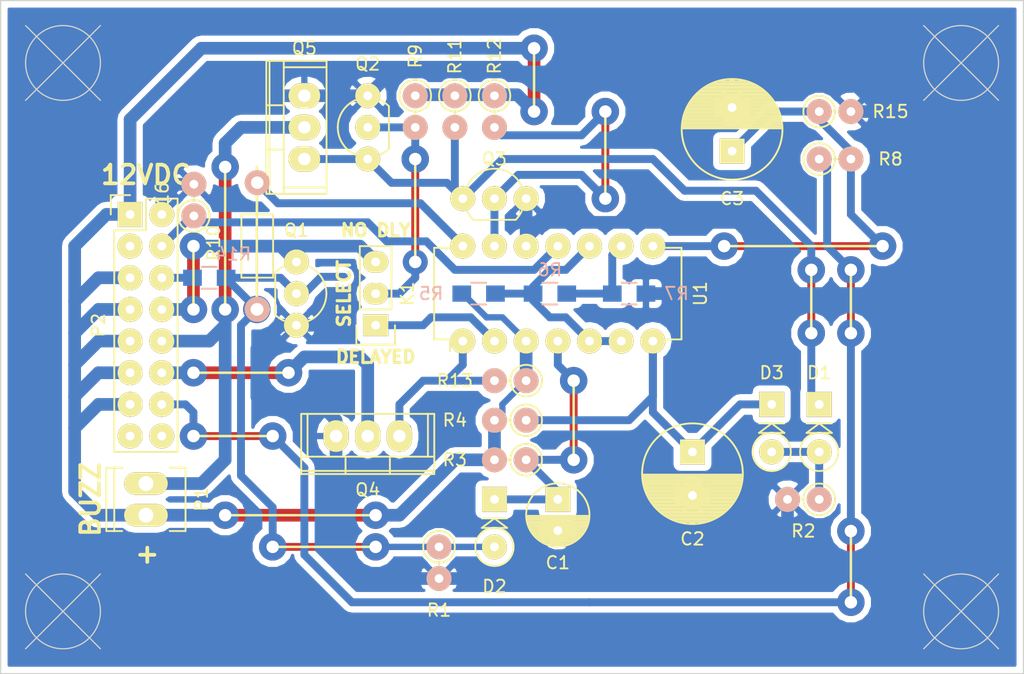
<source format=kicad_pcb>
(kicad_pcb (version 4) (host pcbnew 4.0.2+dfsg1-2~bpo8+1-stable)

  (general
    (links 70)
    (no_connects 0)
    (area 107.949999 78.949999 190.050001 133.050001)
    (thickness 1.6)
    (drawings 33)
    (tracks 286)
    (zones 0)
    (modules 31)
    (nets 22)
  )

  (page A4)
  (layers
    (0 F.Cu signal)
    (31 B.Cu signal)
    (32 B.Adhes user)
    (33 F.Adhes user)
    (34 B.Paste user)
    (35 F.Paste user)
    (36 B.SilkS user hide)
    (37 F.SilkS user)
    (38 B.Mask user)
    (39 F.Mask user)
    (40 Dwgs.User user)
    (41 Cmts.User user)
    (42 Eco1.User user)
    (43 Eco2.User user)
    (44 Edge.Cuts user)
  )

  (setup
    (last_trace_width 0.635)
    (user_trace_width 0.254)
    (user_trace_width 0.381)
    (user_trace_width 0.508)
    (user_trace_width 0.635)
    (user_trace_width 0.762)
    (user_trace_width 1.016)
    (trace_clearance 0.254)
    (zone_clearance 0.508)
    (zone_45_only yes)
    (trace_min 0.254)
    (segment_width 0.2)
    (edge_width 0.1)
    (via_size 2.2)
    (via_drill 1)
    (via_min_size 0.889)
    (via_min_drill 0.508)
    (uvia_size 2.2)
    (uvia_drill 1)
    (uvias_allowed no)
    (uvia_min_size 0.508)
    (uvia_min_drill 0.127)
    (pcb_text_width 0.3)
    (pcb_text_size 1.5 1.5)
    (mod_edge_width 0.15)
    (mod_text_size 1 1)
    (mod_text_width 0.15)
    (pad_size 8 8)
    (pad_drill 6)
    (pad_to_mask_clearance 0)
    (aux_axis_origin 108 79)
    (grid_origin 108 79)
    (visible_elements FFFEFF7F)
    (pcbplotparams
      (layerselection 0x00000_80000000)
      (usegerberextensions false)
      (excludeedgelayer false)
      (linewidth 0.150000)
      (plotframeref false)
      (viasonmask false)
      (mode 1)
      (useauxorigin false)
      (hpglpennumber 1)
      (hpglpenspeed 20)
      (hpglpendiameter 15)
      (hpglpenoverlay 2)
      (psnegative true)
      (psa4output false)
      (plotreference true)
      (plotvalue false)
      (plotinvisibletext false)
      (padsonsilk false)
      (subtractmaskfromsilk false)
      (outputformat 5)
      (mirror false)
      (drillshape 1)
      (scaleselection 1)
      (outputdirectory ""))
  )

  (net 0 "")
  (net 1 GND)
  (net 2 SEAT_SENSE)
  (net 3 SWITCH_SENSE)
  (net 4 VDD)
  (net 5 ~ALARM_TRIG)
  (net 6 ~DELAYED_ALARM)
  (net 7 "Net-(C1-Pad1)")
  (net 8 "Net-(C2-Pad1)")
  (net 9 "Net-(D1-Pad2)")
  (net 10 "Net-(Q3-Pad2)")
  (net 11 WND_TRIG)
  (net 12 ~LIGHT)
  (net 13 ~ALARM)
  (net 14 "Net-(Q4-Pad1)")
  (net 15 ~ACTION)
  (net 16 "Net-(C3-Pad1)")
  (net 17 "Net-(P2-Pad6)")
  (net 18 Vref23)
  (net 19 Vref13)
  (net 20 SNOOZE)
  (net 21 "Net-(R10-Pad2)")

  (net_class Default "This is the default net class."
    (clearance 0.254)
    (trace_width 0.635)
    (via_dia 2.2)
    (via_drill 1)
    (uvia_dia 2.2)
    (uvia_drill 1)
    (add_net "Net-(C1-Pad1)")
    (add_net "Net-(C2-Pad1)")
    (add_net "Net-(C3-Pad1)")
    (add_net "Net-(D1-Pad2)")
    (add_net "Net-(P2-Pad6)")
    (add_net "Net-(Q3-Pad2)")
    (add_net "Net-(Q4-Pad1)")
    (add_net "Net-(R10-Pad2)")
    (add_net SEAT_SENSE)
    (add_net SNOOZE)
    (add_net SWITCH_SENSE)
    (add_net Vref13)
    (add_net Vref23)
    (add_net WND_TRIG)
    (add_net ~ALARM_TRIG)
    (add_net ~DELAYED_ALARM)
  )

  (net_class Power ""
    (clearance 0.254)
    (trace_width 1.016)
    (via_dia 2.2)
    (via_drill 1)
    (uvia_dia 2.2)
    (uvia_drill 1)
    (add_net GND)
    (add_net VDD)
    (add_net ~ACTION)
    (add_net ~ALARM)
    (add_net ~LIGHT)
  )

  (module Diodes_ThroughHole:Diode_DO-41_SOD81_Vertical_KathodeUp (layer F.Cu) (tedit 57C6D4DA) (tstamp 57C5A2D8)
    (at 147.59 119.015 270)
    (descr "Diode, DO-41, SOD81, Vertica,l Anode Up,")
    (tags "Diode, DO-41, SOD81, Vertical, Anode Up, 1N4007, SB140,")
    (path /57873DB0)
    (fp_text reference D2 (at 6.985 0 360) (layer F.SilkS)
      (effects (font (size 1 1) (thickness 0.15)))
    )
    (fp_text value 1N4148 (at 0 -2.7 270) (layer F.Fab)
      (effects (font (size 1 1) (thickness 0.15)))
    )
    (fp_circle (center 3.81 0) (end 2.413 0.635) (layer F.SilkS) (width 0.15))
    (fp_line (start 2.286 -1.016) (end 2.286 1.016) (layer F.SilkS) (width 0.15))
    (fp_line (start 1.524 0) (end 2.286 1.016) (layer F.SilkS) (width 0.15))
    (fp_line (start 2.286 -1.016) (end 1.524 0) (layer F.SilkS) (width 0.15))
    (fp_line (start 1.524 -1.016) (end 1.524 1.016) (layer F.SilkS) (width 0.15))
    (pad 2 thru_hole circle (at 3.81 0 90) (size 2 2) (drill 0.7) (layers *.Cu *.Mask F.SilkS)
      (net 2 SEAT_SENSE))
    (pad 1 thru_hole rect (at 0 0 90) (size 2 2) (drill 0.7) (layers *.Cu *.Mask F.SilkS)
      (net 7 "Net-(C1-Pad1)"))
  )

  (module Pin_Headers:Pin_Header_Straight_2x08 placed (layer F.Cu) (tedit 57C6C5FA) (tstamp 57C46398)
    (at 118.38 96.155)
    (descr "Through hole pin header")
    (tags "pin header")
    (path /57C16AED)
    (fp_text reference P2 (at -2.54 8.89 90) (layer F.SilkS)
      (effects (font (size 1 1) (thickness 0.15)))
    )
    (fp_text value MAIN (at 0 -3.1) (layer F.Fab)
      (effects (font (size 1 1) (thickness 0.15)))
    )
    (fp_line (start -1.75 -1.75) (end -1.75 19.55) (layer F.CrtYd) (width 0.05))
    (fp_line (start 4.3 -1.75) (end 4.3 19.55) (layer F.CrtYd) (width 0.05))
    (fp_line (start -1.75 -1.75) (end 4.3 -1.75) (layer F.CrtYd) (width 0.05))
    (fp_line (start -1.75 19.55) (end 4.3 19.55) (layer F.CrtYd) (width 0.05))
    (fp_line (start 3.81 19.05) (end 3.81 -1.27) (layer F.SilkS) (width 0.15))
    (fp_line (start -1.27 1.27) (end -1.27 19.05) (layer F.SilkS) (width 0.15))
    (fp_line (start 3.81 19.05) (end -1.27 19.05) (layer F.SilkS) (width 0.15))
    (fp_line (start 3.81 -1.27) (end 1.27 -1.27) (layer F.SilkS) (width 0.15))
    (fp_line (start 0 -1.55) (end -1.55 -1.55) (layer F.SilkS) (width 0.15))
    (fp_line (start 1.27 -1.27) (end 1.27 1.27) (layer F.SilkS) (width 0.15))
    (fp_line (start 1.27 1.27) (end -1.27 1.27) (layer F.SilkS) (width 0.15))
    (fp_line (start -1.55 -1.55) (end -1.55 0) (layer F.SilkS) (width 0.15))
    (pad 1 thru_hole rect (at 0 0) (size 2 2) (drill 0.7) (layers *.Cu *.Mask F.SilkS)
      (net 4 VDD))
    (pad 2 thru_hole circle (at 2.54 0 90) (size 2 2) (drill 0.7) (layers *.Cu *.Mask F.SilkS)
      (net 1 GND))
    (pad 3 thru_hole circle (at 0 2.54) (size 2 2) (drill 0.7) (layers *.Cu *.Mask F.SilkS))
    (pad 4 thru_hole circle (at 2.54 2.54 90) (size 2 2) (drill 0.7) (layers *.Cu *.Mask F.SilkS)
      (net 3 SWITCH_SENSE))
    (pad 5 thru_hole oval (at 0 5.08) (size 2 2) (drill 0.7) (layers *.Cu *.Mask F.SilkS)
      (net 4 VDD))
    (pad 6 thru_hole oval (at 2.54 5.08) (size 2 2) (drill 0.7) (layers *.Cu *.Mask F.SilkS)
      (net 17 "Net-(P2-Pad6)"))
    (pad 7 thru_hole oval (at 0 7.62) (size 2 2) (drill 0.7) (layers *.Cu *.Mask F.SilkS)
      (net 4 VDD))
    (pad 8 thru_hole oval (at 2.54 7.62) (size 2 2) (drill 0.7) (layers *.Cu *.Mask F.SilkS)
      (net 12 ~LIGHT))
    (pad 9 thru_hole oval (at 0 10.16) (size 2 2) (drill 0.7) (layers *.Cu *.Mask F.SilkS)
      (net 4 VDD))
    (pad 10 thru_hole oval (at 2.54 10.16) (size 2 2) (drill 0.7) (layers *.Cu *.Mask F.SilkS)
      (net 13 ~ALARM))
    (pad 11 thru_hole oval (at 0 12.7) (size 2 2) (drill 0.7) (layers *.Cu *.Mask F.SilkS)
      (net 4 VDD))
    (pad 12 thru_hole oval (at 2.54 12.7) (size 2 2) (drill 0.7) (layers *.Cu *.Mask F.SilkS)
      (net 15 ~ACTION))
    (pad 13 thru_hole oval (at 0 15.24) (size 2 2) (drill 0.7) (layers *.Cu *.Mask F.SilkS)
      (net 4 VDD))
    (pad 14 thru_hole oval (at 2.54 15.24) (size 2 2) (drill 0.7) (layers *.Cu *.Mask F.SilkS)
      (net 20 SNOOZE))
    (pad 15 thru_hole oval (at 0 17.78) (size 2 2) (drill 0.7) (layers *.Cu *.Mask F.SilkS))
    (pad 16 thru_hole oval (at 2.54 17.78) (size 2 2) (drill 0.7) (layers *.Cu *.Mask F.SilkS))
    (model Pin_Headers.3dshapes/Pin_Header_Straight_2x08.wrl
      (at (xyz 0.05 -0.35 0))
      (scale (xyz 1 1 1))
      (rotate (xyz 0 0 90))
    )
  )

  (module Pin_Headers:Pin_Header_Straight_1x03 placed (layer F.Cu) (tedit 57C6C28C) (tstamp 57C18E9A)
    (at 138.065 105.045 180)
    (descr "Through hole pin header")
    (tags "pin header")
    (path /57861A67)
    (fp_text reference K1 (at -2.54 2.54 270) (layer F.SilkS)
      (effects (font (size 1 1) (thickness 0.15)))
    )
    (fp_text value SELECT (at 0 -3.1 180) (layer F.Fab)
      (effects (font (size 1 1) (thickness 0.15)))
    )
    (fp_line (start -1.75 -1.75) (end -1.75 6.85) (layer F.CrtYd) (width 0.05))
    (fp_line (start 1.75 -1.75) (end 1.75 6.85) (layer F.CrtYd) (width 0.05))
    (fp_line (start -1.75 -1.75) (end 1.75 -1.75) (layer F.CrtYd) (width 0.05))
    (fp_line (start -1.75 6.85) (end 1.75 6.85) (layer F.CrtYd) (width 0.05))
    (fp_line (start -1.27 1.27) (end -1.27 6.35) (layer F.SilkS) (width 0.15))
    (fp_line (start -1.27 6.35) (end 1.27 6.35) (layer F.SilkS) (width 0.15))
    (fp_line (start 1.27 6.35) (end 1.27 1.27) (layer F.SilkS) (width 0.15))
    (fp_line (start 1.55 -1.55) (end 1.55 0) (layer F.SilkS) (width 0.15))
    (fp_line (start 1.27 1.27) (end -1.27 1.27) (layer F.SilkS) (width 0.15))
    (fp_line (start -1.55 0) (end -1.55 -1.55) (layer F.SilkS) (width 0.15))
    (fp_line (start -1.55 -1.55) (end 1.55 -1.55) (layer F.SilkS) (width 0.15))
    (pad 1 thru_hole rect (at 0 0 180) (size 2.032 1.7272) (drill 0.7) (layers *.Cu *.Mask F.SilkS)
      (net 6 ~DELAYED_ALARM))
    (pad 2 thru_hole oval (at 0 2.54 180) (size 2.032 1.7272) (drill 0.7) (layers *.Cu *.Mask F.SilkS)
      (net 5 ~ALARM_TRIG))
    (pad 3 thru_hole oval (at 0 5.08 180) (size 2.032 1.7272) (drill 0.7) (layers *.Cu *.Mask F.SilkS)
      (net 12 ~LIGHT))
    (model Pin_Headers.3dshapes/Pin_Header_Straight_1x03.wrl
      (at (xyz 0 -0.1 0))
      (scale (xyz 1 1 1))
      (rotate (xyz 0 0 90))
    )
  )

  (module Capacitors_ThroughHole:C_Radial_D5_L11_P2.5 placed (layer F.Cu) (tedit 57C6C0CC) (tstamp 57C18E75)
    (at 152.67 119.015 270)
    (descr "Radial Electrolytic Capacitor Diameter 5mm x Length 11mm, Pitch 2.5mm")
    (tags "Electrolytic Capacitor")
    (path /5791310F)
    (fp_text reference C1 (at 5.08 0 360) (layer F.SilkS)
      (effects (font (size 1 1) (thickness 0.15)))
    )
    (fp_text value 100uF (at 1.25 3.8 270) (layer F.Fab)
      (effects (font (size 1 1) (thickness 0.15)))
    )
    (fp_line (start 1.325 -2.499) (end 1.325 2.499) (layer F.SilkS) (width 0.15))
    (fp_line (start 1.465 -2.491) (end 1.465 2.491) (layer F.SilkS) (width 0.15))
    (fp_line (start 1.605 -2.475) (end 1.605 -0.095) (layer F.SilkS) (width 0.15))
    (fp_line (start 1.605 0.095) (end 1.605 2.475) (layer F.SilkS) (width 0.15))
    (fp_line (start 1.745 -2.451) (end 1.745 -0.49) (layer F.SilkS) (width 0.15))
    (fp_line (start 1.745 0.49) (end 1.745 2.451) (layer F.SilkS) (width 0.15))
    (fp_line (start 1.885 -2.418) (end 1.885 -0.657) (layer F.SilkS) (width 0.15))
    (fp_line (start 1.885 0.657) (end 1.885 2.418) (layer F.SilkS) (width 0.15))
    (fp_line (start 2.025 -2.377) (end 2.025 -0.764) (layer F.SilkS) (width 0.15))
    (fp_line (start 2.025 0.764) (end 2.025 2.377) (layer F.SilkS) (width 0.15))
    (fp_line (start 2.165 -2.327) (end 2.165 -0.835) (layer F.SilkS) (width 0.15))
    (fp_line (start 2.165 0.835) (end 2.165 2.327) (layer F.SilkS) (width 0.15))
    (fp_line (start 2.305 -2.266) (end 2.305 -0.879) (layer F.SilkS) (width 0.15))
    (fp_line (start 2.305 0.879) (end 2.305 2.266) (layer F.SilkS) (width 0.15))
    (fp_line (start 2.445 -2.196) (end 2.445 -0.898) (layer F.SilkS) (width 0.15))
    (fp_line (start 2.445 0.898) (end 2.445 2.196) (layer F.SilkS) (width 0.15))
    (fp_line (start 2.585 -2.114) (end 2.585 -0.896) (layer F.SilkS) (width 0.15))
    (fp_line (start 2.585 0.896) (end 2.585 2.114) (layer F.SilkS) (width 0.15))
    (fp_line (start 2.725 -2.019) (end 2.725 -0.871) (layer F.SilkS) (width 0.15))
    (fp_line (start 2.725 0.871) (end 2.725 2.019) (layer F.SilkS) (width 0.15))
    (fp_line (start 2.865 -1.908) (end 2.865 -0.823) (layer F.SilkS) (width 0.15))
    (fp_line (start 2.865 0.823) (end 2.865 1.908) (layer F.SilkS) (width 0.15))
    (fp_line (start 3.005 -1.78) (end 3.005 -0.745) (layer F.SilkS) (width 0.15))
    (fp_line (start 3.005 0.745) (end 3.005 1.78) (layer F.SilkS) (width 0.15))
    (fp_line (start 3.145 -1.631) (end 3.145 -0.628) (layer F.SilkS) (width 0.15))
    (fp_line (start 3.145 0.628) (end 3.145 1.631) (layer F.SilkS) (width 0.15))
    (fp_line (start 3.285 -1.452) (end 3.285 -0.44) (layer F.SilkS) (width 0.15))
    (fp_line (start 3.285 0.44) (end 3.285 1.452) (layer F.SilkS) (width 0.15))
    (fp_line (start 3.425 -1.233) (end 3.425 1.233) (layer F.SilkS) (width 0.15))
    (fp_line (start 3.565 -0.944) (end 3.565 0.944) (layer F.SilkS) (width 0.15))
    (fp_line (start 3.705 -0.472) (end 3.705 0.472) (layer F.SilkS) (width 0.15))
    (fp_circle (center 2.5 0) (end 2.5 -0.9) (layer F.SilkS) (width 0.15))
    (fp_circle (center 1.25 0) (end 1.25 -2.5375) (layer F.SilkS) (width 0.15))
    (fp_circle (center 1.25 0) (end 1.25 -2.8) (layer F.CrtYd) (width 0.05))
    (pad 1 thru_hole rect (at 0 0 270) (size 2 2) (drill 0.7) (layers *.Cu *.Mask F.SilkS)
      (net 7 "Net-(C1-Pad1)"))
    (pad 2 thru_hole circle (at 2.5 0 270) (size 2 2) (drill 0.7) (layers *.Cu *.Mask F.SilkS)
      (net 1 GND))
    (model Capacitors_ThroughHole.3dshapes/C_Radial_D5_L11_P2.5.wrl
      (at (xyz 0.049213 0 0))
      (scale (xyz 1 1 1))
      (rotate (xyz 0 0 90))
    )
  )

  (module Capacitors_ThroughHole:C_Radial_D8_L11.5_P3.5 placed (layer F.Cu) (tedit 57C6C0D0) (tstamp 57C18E7B)
    (at 163.465 115.205 270)
    (descr "Radial Electrolytic Capacitor Diameter 8mm x Length 11.5mm, Pitch 3.5mm")
    (tags "Electrolytic Capacitor")
    (path /57913F8E)
    (fp_text reference C2 (at 6.985 0 360) (layer F.SilkS)
      (effects (font (size 1 1) (thickness 0.15)))
    )
    (fp_text value 470uF (at 1.75 5.3 270) (layer F.Fab)
      (effects (font (size 1 1) (thickness 0.15)))
    )
    (fp_line (start 1.825 -3.999) (end 1.825 3.999) (layer F.SilkS) (width 0.15))
    (fp_line (start 1.965 -3.994) (end 1.965 3.994) (layer F.SilkS) (width 0.15))
    (fp_line (start 2.105 -3.984) (end 2.105 3.984) (layer F.SilkS) (width 0.15))
    (fp_line (start 2.245 -3.969) (end 2.245 3.969) (layer F.SilkS) (width 0.15))
    (fp_line (start 2.385 -3.949) (end 2.385 3.949) (layer F.SilkS) (width 0.15))
    (fp_line (start 2.525 -3.924) (end 2.525 -0.222) (layer F.SilkS) (width 0.15))
    (fp_line (start 2.525 0.222) (end 2.525 3.924) (layer F.SilkS) (width 0.15))
    (fp_line (start 2.665 -3.894) (end 2.665 -0.55) (layer F.SilkS) (width 0.15))
    (fp_line (start 2.665 0.55) (end 2.665 3.894) (layer F.SilkS) (width 0.15))
    (fp_line (start 2.805 -3.858) (end 2.805 -0.719) (layer F.SilkS) (width 0.15))
    (fp_line (start 2.805 0.719) (end 2.805 3.858) (layer F.SilkS) (width 0.15))
    (fp_line (start 2.945 -3.817) (end 2.945 -0.832) (layer F.SilkS) (width 0.15))
    (fp_line (start 2.945 0.832) (end 2.945 3.817) (layer F.SilkS) (width 0.15))
    (fp_line (start 3.085 -3.771) (end 3.085 -0.91) (layer F.SilkS) (width 0.15))
    (fp_line (start 3.085 0.91) (end 3.085 3.771) (layer F.SilkS) (width 0.15))
    (fp_line (start 3.225 -3.718) (end 3.225 -0.961) (layer F.SilkS) (width 0.15))
    (fp_line (start 3.225 0.961) (end 3.225 3.718) (layer F.SilkS) (width 0.15))
    (fp_line (start 3.365 -3.659) (end 3.365 -0.991) (layer F.SilkS) (width 0.15))
    (fp_line (start 3.365 0.991) (end 3.365 3.659) (layer F.SilkS) (width 0.15))
    (fp_line (start 3.505 -3.594) (end 3.505 -1) (layer F.SilkS) (width 0.15))
    (fp_line (start 3.505 1) (end 3.505 3.594) (layer F.SilkS) (width 0.15))
    (fp_line (start 3.645 -3.523) (end 3.645 -0.989) (layer F.SilkS) (width 0.15))
    (fp_line (start 3.645 0.989) (end 3.645 3.523) (layer F.SilkS) (width 0.15))
    (fp_line (start 3.785 -3.444) (end 3.785 -0.959) (layer F.SilkS) (width 0.15))
    (fp_line (start 3.785 0.959) (end 3.785 3.444) (layer F.SilkS) (width 0.15))
    (fp_line (start 3.925 -3.357) (end 3.925 -0.905) (layer F.SilkS) (width 0.15))
    (fp_line (start 3.925 0.905) (end 3.925 3.357) (layer F.SilkS) (width 0.15))
    (fp_line (start 4.065 -3.262) (end 4.065 -0.825) (layer F.SilkS) (width 0.15))
    (fp_line (start 4.065 0.825) (end 4.065 3.262) (layer F.SilkS) (width 0.15))
    (fp_line (start 4.205 -3.158) (end 4.205 -0.709) (layer F.SilkS) (width 0.15))
    (fp_line (start 4.205 0.709) (end 4.205 3.158) (layer F.SilkS) (width 0.15))
    (fp_line (start 4.345 -3.044) (end 4.345 -0.535) (layer F.SilkS) (width 0.15))
    (fp_line (start 4.345 0.535) (end 4.345 3.044) (layer F.SilkS) (width 0.15))
    (fp_line (start 4.485 -2.919) (end 4.485 -0.173) (layer F.SilkS) (width 0.15))
    (fp_line (start 4.485 0.173) (end 4.485 2.919) (layer F.SilkS) (width 0.15))
    (fp_line (start 4.625 -2.781) (end 4.625 2.781) (layer F.SilkS) (width 0.15))
    (fp_line (start 4.765 -2.629) (end 4.765 2.629) (layer F.SilkS) (width 0.15))
    (fp_line (start 4.905 -2.459) (end 4.905 2.459) (layer F.SilkS) (width 0.15))
    (fp_line (start 5.045 -2.268) (end 5.045 2.268) (layer F.SilkS) (width 0.15))
    (fp_line (start 5.185 -2.05) (end 5.185 2.05) (layer F.SilkS) (width 0.15))
    (fp_line (start 5.325 -1.794) (end 5.325 1.794) (layer F.SilkS) (width 0.15))
    (fp_line (start 5.465 -1.483) (end 5.465 1.483) (layer F.SilkS) (width 0.15))
    (fp_line (start 5.605 -1.067) (end 5.605 1.067) (layer F.SilkS) (width 0.15))
    (fp_line (start 5.745 -0.2) (end 5.745 0.2) (layer F.SilkS) (width 0.15))
    (fp_circle (center 3.5 0) (end 3.5 -1) (layer F.SilkS) (width 0.15))
    (fp_circle (center 1.75 0) (end 1.75 -4.0375) (layer F.SilkS) (width 0.15))
    (fp_circle (center 1.75 0) (end 1.75 -4.3) (layer F.CrtYd) (width 0.05))
    (pad 2 thru_hole circle (at 3.5 0 270) (size 2 2) (drill 0.7) (layers *.Cu *.Mask F.SilkS)
      (net 1 GND))
    (pad 1 thru_hole rect (at 0 0 270) (size 2 2) (drill 0.7) (layers *.Cu *.Mask F.SilkS)
      (net 8 "Net-(C2-Pad1)"))
    (model Capacitors_ThroughHole.3dshapes/C_Radial_D8_L11.5_P3.5.wrl
      (at (xyz 0 0 0))
      (scale (xyz 1 1 1))
      (rotate (xyz 0 0 0))
    )
  )

  (module TO_SOT_Packages_THT:TO-92_Inline_Wide placed (layer F.Cu) (tedit 57C6BFFE) (tstamp 57C18EB5)
    (at 131.715 99.965 270)
    (descr "TO-92 leads in-line, wide, drill 0.8mm (see NXP sot054_po.pdf)")
    (tags "to-92 sc-43 sc-43a sot54 PA33 transistor")
    (path /578E1734)
    (fp_text reference Q1 (at -2.54 0 540) (layer F.SilkS)
      (effects (font (size 1 1) (thickness 0.15)))
    )
    (fp_text value BS170 (at 0 3 270) (layer F.Fab)
      (effects (font (size 1 1) (thickness 0.15)))
    )
    (fp_arc (start 2.54 0) (end 0.84 1.7) (angle 20.5) (layer F.SilkS) (width 0.15))
    (fp_arc (start 2.54 0) (end 4.24 1.7) (angle -20.5) (layer F.SilkS) (width 0.15))
    (fp_line (start -1 1.95) (end -1 -2.65) (layer F.CrtYd) (width 0.05))
    (fp_line (start -1 1.95) (end 6.1 1.95) (layer F.CrtYd) (width 0.05))
    (fp_line (start 0.84 1.7) (end 4.24 1.7) (layer F.SilkS) (width 0.15))
    (fp_arc (start 2.54 0) (end 2.54 -2.4) (angle -65.55604127) (layer F.SilkS) (width 0.15))
    (fp_arc (start 2.54 0) (end 2.54 -2.4) (angle 65.55604127) (layer F.SilkS) (width 0.15))
    (fp_line (start -1 -2.65) (end 6.1 -2.65) (layer F.CrtYd) (width 0.05))
    (fp_line (start 6.1 1.95) (end 6.1 -2.65) (layer F.CrtYd) (width 0.05))
    (pad 2 thru_hole circle (at 2.54 0) (size 2 2) (drill 0.7) (layers *.Cu *.Mask F.SilkS)
      (net 2 SEAT_SENSE))
    (pad 3 thru_hole circle (at 5.08 0) (size 2 2) (drill 0.7) (layers *.Cu *.Mask F.SilkS)
      (net 1 GND))
    (pad 1 thru_hole circle (at 0 0) (size 2 2) (drill 0.7) (layers *.Cu *.Mask F.SilkS)
      (net 12 ~LIGHT))
    (model TO_SOT_Packages_THT.3dshapes/TO-92_Inline_Wide.wrl
      (at (xyz 0.1 0 0))
      (scale (xyz 1 1 1))
      (rotate (xyz 0 0 -90))
    )
  )

  (module TO_SOT_Packages_THT:TO-92_Inline_Wide placed (layer F.Cu) (tedit 57C6BF9C) (tstamp 57C18EBC)
    (at 137.43 91.71 90)
    (descr "TO-92 leads in-line, wide, drill 0.8mm (see NXP sot054_po.pdf)")
    (tags "to-92 sc-43 sc-43a sot54 PA33 transistor")
    (path /57C19B53)
    (fp_text reference Q2 (at 7.62 0 360) (layer F.SilkS)
      (effects (font (size 1 1) (thickness 0.15)))
    )
    (fp_text value BS170 (at 0 3 90) (layer F.Fab)
      (effects (font (size 1 1) (thickness 0.15)))
    )
    (fp_arc (start 2.54 0) (end 0.84 1.7) (angle 20.5) (layer F.SilkS) (width 0.15))
    (fp_arc (start 2.54 0) (end 4.24 1.7) (angle -20.5) (layer F.SilkS) (width 0.15))
    (fp_line (start -1 1.95) (end -1 -2.65) (layer F.CrtYd) (width 0.05))
    (fp_line (start -1 1.95) (end 6.1 1.95) (layer F.CrtYd) (width 0.05))
    (fp_line (start 0.84 1.7) (end 4.24 1.7) (layer F.SilkS) (width 0.15))
    (fp_arc (start 2.54 0) (end 2.54 -2.4) (angle -65.55604127) (layer F.SilkS) (width 0.15))
    (fp_arc (start 2.54 0) (end 2.54 -2.4) (angle 65.55604127) (layer F.SilkS) (width 0.15))
    (fp_line (start -1 -2.65) (end 6.1 -2.65) (layer F.CrtYd) (width 0.05))
    (fp_line (start 6.1 1.95) (end 6.1 -2.65) (layer F.CrtYd) (width 0.05))
    (pad 2 thru_hole circle (at 2.54 0 180) (size 2 2) (drill 0.7) (layers *.Cu *.Mask F.SilkS)
      (net 5 ~ALARM_TRIG))
    (pad 3 thru_hole circle (at 5.08 0 180) (size 2 2) (drill 0.7) (layers *.Cu *.Mask F.SilkS)
      (net 1 GND))
    (pad 1 thru_hole circle (at 0 0 180) (size 2 2) (drill 0.7) (layers *.Cu *.Mask F.SilkS)
      (net 11 WND_TRIG))
    (model TO_SOT_Packages_THT.3dshapes/TO-92_Inline_Wide.wrl
      (at (xyz 0.1 0 0))
      (scale (xyz 1 1 1))
      (rotate (xyz 0 0 -90))
    )
  )

  (module TO_SOT_Packages_THT:TO-92_Inline_Wide placed (layer F.Cu) (tedit 57C6D587) (tstamp 57C18EC3)
    (at 145.05 94.885)
    (descr "TO-92 leads in-line, wide, drill 0.8mm (see NXP sot054_po.pdf)")
    (tags "to-92 sc-43 sc-43a sot54 PA33 transistor")
    (path /57C19BCD)
    (fp_text reference Q3 (at 2.54 -3.175 180) (layer F.SilkS)
      (effects (font (size 1 1) (thickness 0.15)))
    )
    (fp_text value BS170 (at 0 3) (layer F.Fab)
      (effects (font (size 1 1) (thickness 0.15)))
    )
    (fp_arc (start 2.54 0) (end 0.84 1.7) (angle 20.5) (layer F.SilkS) (width 0.15))
    (fp_arc (start 2.54 0) (end 4.24 1.7) (angle -20.5) (layer F.SilkS) (width 0.15))
    (fp_line (start -1 1.95) (end -1 -2.65) (layer F.CrtYd) (width 0.05))
    (fp_line (start -1 1.95) (end 6.1 1.95) (layer F.CrtYd) (width 0.05))
    (fp_line (start 0.84 1.7) (end 4.24 1.7) (layer F.SilkS) (width 0.15))
    (fp_arc (start 2.54 0) (end 2.54 -2.4) (angle -65.55604127) (layer F.SilkS) (width 0.15))
    (fp_arc (start 2.54 0) (end 2.54 -2.4) (angle 65.55604127) (layer F.SilkS) (width 0.15))
    (fp_line (start -1 -2.65) (end 6.1 -2.65) (layer F.CrtYd) (width 0.05))
    (fp_line (start 6.1 1.95) (end 6.1 -2.65) (layer F.CrtYd) (width 0.05))
    (pad 2 thru_hole circle (at 2.54 0 90) (size 2 2) (drill 0.7) (layers *.Cu *.Mask F.SilkS)
      (net 10 "Net-(Q3-Pad2)"))
    (pad 3 thru_hole circle (at 5.08 0 90) (size 2 2) (drill 0.7) (layers *.Cu *.Mask F.SilkS)
      (net 1 GND))
    (pad 1 thru_hole circle (at 0 0 90) (size 2 2) (drill 0.7) (layers *.Cu *.Mask F.SilkS)
      (net 11 WND_TRIG))
    (model TO_SOT_Packages_THT.3dshapes/TO-92_Inline_Wide.wrl
      (at (xyz 0.1 0 0))
      (scale (xyz 1 1 1))
      (rotate (xyz 0 0 -90))
    )
  )

  (module Housings_DIP:DIP-14_W7.62mm placed (layer F.Cu) (tedit 57C6C277) (tstamp 57C18F1D)
    (at 145.05 106.315 90)
    (descr "14-lead dip package, row spacing 7.62 mm (300 mils)")
    (tags "dil dip 2.54 300")
    (path /57C153F3)
    (fp_text reference U1 (at 3.81 19.05 90) (layer F.SilkS)
      (effects (font (size 1 1) (thickness 0.15)))
    )
    (fp_text value LM339 (at 0 -3.72 90) (layer F.Fab)
      (effects (font (size 1 1) (thickness 0.15)))
    )
    (fp_line (start -1.05 -2.45) (end -1.05 17.7) (layer F.CrtYd) (width 0.05))
    (fp_line (start 8.65 -2.45) (end 8.65 17.7) (layer F.CrtYd) (width 0.05))
    (fp_line (start -1.05 -2.45) (end 8.65 -2.45) (layer F.CrtYd) (width 0.05))
    (fp_line (start -1.05 17.7) (end 8.65 17.7) (layer F.CrtYd) (width 0.05))
    (fp_line (start 0.135 -2.295) (end 0.135 -1.025) (layer F.SilkS) (width 0.15))
    (fp_line (start 7.485 -2.295) (end 7.485 -1.025) (layer F.SilkS) (width 0.15))
    (fp_line (start 7.485 17.535) (end 7.485 16.265) (layer F.SilkS) (width 0.15))
    (fp_line (start 0.135 17.535) (end 0.135 16.265) (layer F.SilkS) (width 0.15))
    (fp_line (start 0.135 -2.295) (end 7.485 -2.295) (layer F.SilkS) (width 0.15))
    (fp_line (start 0.135 17.535) (end 7.485 17.535) (layer F.SilkS) (width 0.15))
    (fp_line (start 0.135 -1.025) (end -0.8 -1.025) (layer F.SilkS) (width 0.15))
    (pad 1 thru_hole oval (at 0 0 90) (size 2 2) (drill 0.7) (layers *.Cu *.Mask F.SilkS)
      (net 14 "Net-(Q4-Pad1)"))
    (pad 2 thru_hole oval (at 0 2.54 90) (size 2 2) (drill 0.7) (layers *.Cu *.Mask F.SilkS)
      (net 6 ~DELAYED_ALARM))
    (pad 3 thru_hole oval (at 0 5.08 90) (size 2 2) (drill 0.7) (layers *.Cu *.Mask F.SilkS)
      (net 4 VDD))
    (pad 4 thru_hole oval (at 0 7.62 90) (size 2 2) (drill 0.7) (layers *.Cu *.Mask F.SilkS)
      (net 7 "Net-(C1-Pad1)"))
    (pad 5 thru_hole oval (at 0 10.16 90) (size 2 2) (drill 0.7) (layers *.Cu *.Mask F.SilkS)
      (net 18 Vref23))
    (pad 6 thru_hole oval (at 0 12.7 90) (size 2 2) (drill 0.7) (layers *.Cu *.Mask F.SilkS)
      (net 18 Vref23))
    (pad 7 thru_hole oval (at 0 15.24 90) (size 2 2) (drill 0.7) (layers *.Cu *.Mask F.SilkS)
      (net 8 "Net-(C2-Pad1)"))
    (pad 8 thru_hole oval (at 7.62 15.24 90) (size 2 2) (drill 0.7) (layers *.Cu *.Mask F.SilkS)
      (net 16 "Net-(C3-Pad1)"))
    (pad 9 thru_hole oval (at 7.62 12.7 90) (size 2 2) (drill 0.7) (layers *.Cu *.Mask F.SilkS)
      (net 19 Vref13))
    (pad 10 thru_hole oval (at 7.62 10.16 90) (size 2 2) (drill 0.7) (layers *.Cu *.Mask F.SilkS)
      (net 18 Vref23))
    (pad 11 thru_hole oval (at 7.62 7.62 90) (size 2 2) (drill 0.7) (layers *.Cu *.Mask F.SilkS)
      (net 3 SWITCH_SENSE))
    (pad 12 thru_hole oval (at 7.62 5.08 90) (size 2 2) (drill 0.7) (layers *.Cu *.Mask F.SilkS)
      (net 1 GND))
    (pad 13 thru_hole oval (at 7.62 2.54 90) (size 2 2) (drill 0.7) (layers *.Cu *.Mask F.SilkS)
      (net 10 "Net-(Q3-Pad2)"))
    (pad 14 thru_hole oval (at 7.62 0 90) (size 2 2) (drill 0.7) (layers *.Cu *.Mask F.SilkS)
      (net 21 "Net-(R10-Pad2)"))
    (model Housings_DIP.3dshapes/DIP-14_W7.62mm.wrl
      (at (xyz 0 0 0))
      (scale (xyz 1 1 1))
      (rotate (xyz 0 0 0))
    )
  )

  (module Power_Integrations:TO-220 placed (layer F.Cu) (tedit 57C6BDCD) (tstamp 57C2CEEA)
    (at 137.43 113.935 180)
    (descr "Non Isolated JEDEC TO-220 Package")
    (tags "Power Integration YN Package")
    (path /57C6F956)
    (fp_text reference Q4 (at 0 -4.318 180) (layer F.SilkS)
      (effects (font (size 1 1) (thickness 0.15)))
    )
    (fp_text value IRF540N (at 0 -4.318 180) (layer F.Fab)
      (effects (font (size 1 1) (thickness 0.15)))
    )
    (fp_line (start 4.826 -1.651) (end 4.826 1.778) (layer F.SilkS) (width 0.15))
    (fp_line (start -4.826 -1.651) (end -4.826 1.778) (layer F.SilkS) (width 0.15))
    (fp_line (start 5.334 -2.794) (end -5.334 -2.794) (layer F.SilkS) (width 0.15))
    (fp_line (start 1.778 -1.778) (end 1.778 -3.048) (layer F.SilkS) (width 0.15))
    (fp_line (start -1.778 -1.778) (end -1.778 -3.048) (layer F.SilkS) (width 0.15))
    (fp_line (start -5.334 -1.651) (end 5.334 -1.651) (layer F.SilkS) (width 0.15))
    (fp_line (start 5.334 1.778) (end -5.334 1.778) (layer F.SilkS) (width 0.15))
    (fp_line (start -5.334 -3.048) (end -5.334 1.778) (layer F.SilkS) (width 0.15))
    (fp_line (start 5.334 -3.048) (end 5.334 1.778) (layer F.SilkS) (width 0.15))
    (fp_line (start 5.334 -3.048) (end -5.334 -3.048) (layer F.SilkS) (width 0.15))
    (pad 2 thru_hole oval (at 0 0 180) (size 2.032 2.54) (drill 1) (layers *.Cu *.Mask F.SilkS)
      (net 15 ~ACTION))
    (pad 3 thru_hole oval (at 2.54 0 180) (size 2.032 2.54) (drill 1) (layers *.Cu *.Mask F.SilkS)
      (net 1 GND))
    (pad 1 thru_hole oval (at -2.54 0 180) (size 2.032 2.54) (drill 1) (layers *.Cu *.Mask F.SilkS)
      (net 14 "Net-(Q4-Pad1)"))
  )

  (module Power_Integrations:TO-220 placed (layer F.Cu) (tedit 57C6C5CE) (tstamp 57C2CEFB)
    (at 132.35 89.17 90)
    (descr "Non Isolated JEDEC TO-220 Package")
    (tags "Power Integration YN Package")
    (path /57C2CCA9)
    (fp_text reference Q5 (at 6.35 0 180) (layer F.SilkS)
      (effects (font (size 1 1) (thickness 0.15)))
    )
    (fp_text value IRF540N (at 0 -4.318 90) (layer F.Fab)
      (effects (font (size 1 1) (thickness 0.15)))
    )
    (fp_line (start 4.826 -1.651) (end 4.826 1.778) (layer F.SilkS) (width 0.15))
    (fp_line (start -4.826 -1.651) (end -4.826 1.778) (layer F.SilkS) (width 0.15))
    (fp_line (start 5.334 -2.794) (end -5.334 -2.794) (layer F.SilkS) (width 0.15))
    (fp_line (start 1.778 -1.778) (end 1.778 -3.048) (layer F.SilkS) (width 0.15))
    (fp_line (start -1.778 -1.778) (end -1.778 -3.048) (layer F.SilkS) (width 0.15))
    (fp_line (start -5.334 -1.651) (end 5.334 -1.651) (layer F.SilkS) (width 0.15))
    (fp_line (start 5.334 1.778) (end -5.334 1.778) (layer F.SilkS) (width 0.15))
    (fp_line (start -5.334 -3.048) (end -5.334 1.778) (layer F.SilkS) (width 0.15))
    (fp_line (start 5.334 -3.048) (end 5.334 1.778) (layer F.SilkS) (width 0.15))
    (fp_line (start 5.334 -3.048) (end -5.334 -3.048) (layer F.SilkS) (width 0.15))
    (pad 2 thru_hole oval (at 0 0 90) (size 2.032 2.54) (drill 1) (layers *.Cu *.Mask F.SilkS)
      (net 13 ~ALARM))
    (pad 3 thru_hole oval (at 2.54 0 90) (size 2.032 2.54) (drill 1) (layers *.Cu *.Mask F.SilkS)
      (net 1 GND))
    (pad 1 thru_hole oval (at -2.54 0 90) (size 2.032 2.54) (drill 1) (layers *.Cu *.Mask F.SilkS)
      (net 11 WND_TRIG))
  )

  (module Sockets_MOLEX_KK-System:Socket_MOLEX-KK-RM2-54mm_Lock_2pin_straight (layer F.Cu) (tedit 57C6C5D7) (tstamp 57C46898)
    (at 119.65 119.015 90)
    (descr "Socket, MOLEX, KK, RM 2.54mm, Lock, 2pin, straight,")
    (tags "Socket, MOLEX, KK, RM 2.54mm, Lock, 2pin, straight,")
    (path /57C18CDF)
    (fp_text reference P1 (at 0 4.445 270) (layer F.SilkS)
      (effects (font (size 1 1) (thickness 0.15)))
    )
    (fp_text value BUZZER (at -0.635 5.08 90) (layer F.Fab)
      (effects (font (size 1 1) (thickness 0.15)))
    )
    (fp_line (start -2.54 -2.54) (end 2.54 -2.54) (layer F.SilkS) (width 0.15))
    (fp_line (start 2.54 3.175) (end 2.54 1.905) (layer F.SilkS) (width 0.15))
    (fp_line (start 2.54 -2.54) (end 2.54 -1.905) (layer F.SilkS) (width 0.15))
    (fp_line (start -2.54 2.54) (end -2.54 1.905) (layer F.SilkS) (width 0.15))
    (fp_line (start -2.54 -2.54) (end -2.54 -1.905) (layer F.SilkS) (width 0.15))
    (fp_line (start -2.54 -2.54) (end -2.54 -3.175) (layer F.SilkS) (width 0.15))
    (fp_line (start -2.54 -3.175) (end 2.54 -3.175) (layer F.SilkS) (width 0.15))
    (fp_line (start 2.54 -3.175) (end 2.54 -2.54) (layer F.SilkS) (width 0.15))
    (fp_line (start 2.54 3.175) (end -2.54 3.175) (layer F.SilkS) (width 0.15))
    (fp_line (start -2.54 3.175) (end -2.54 2.54) (layer F.SilkS) (width 0.15))
    (pad 1 thru_hole oval (at -1.27 0 90) (size 1.80086 3.50012) (drill 1.19888) (layers *.Cu *.Mask F.SilkS)
      (net 4 VDD))
    (pad 2 thru_hole oval (at 1.27 0 90) (size 1.80086 3.50012) (drill 1.19888) (layers *.Cu *.Mask F.SilkS)
      (net 13 ~ALARM))
  )

  (module Capacitors_ThroughHole:C_Radial_D8_L11.5_P3.5 (layer F.Cu) (tedit 57C6C0D2) (tstamp 57C46A26)
    (at 166.64 91.075 90)
    (descr "Radial Electrolytic Capacitor Diameter 8mm x Length 11.5mm, Pitch 3.5mm")
    (tags "Electrolytic Capacitor")
    (path /57C85A08)
    (fp_text reference C3 (at -3.81 0 180) (layer F.SilkS)
      (effects (font (size 1 1) (thickness 0.15)))
    )
    (fp_text value 470uF (at 1.75 5.3 90) (layer F.Fab)
      (effects (font (size 1 1) (thickness 0.15)))
    )
    (fp_line (start 1.825 -3.999) (end 1.825 3.999) (layer F.SilkS) (width 0.15))
    (fp_line (start 1.965 -3.994) (end 1.965 3.994) (layer F.SilkS) (width 0.15))
    (fp_line (start 2.105 -3.984) (end 2.105 3.984) (layer F.SilkS) (width 0.15))
    (fp_line (start 2.245 -3.969) (end 2.245 3.969) (layer F.SilkS) (width 0.15))
    (fp_line (start 2.385 -3.949) (end 2.385 3.949) (layer F.SilkS) (width 0.15))
    (fp_line (start 2.525 -3.924) (end 2.525 -0.222) (layer F.SilkS) (width 0.15))
    (fp_line (start 2.525 0.222) (end 2.525 3.924) (layer F.SilkS) (width 0.15))
    (fp_line (start 2.665 -3.894) (end 2.665 -0.55) (layer F.SilkS) (width 0.15))
    (fp_line (start 2.665 0.55) (end 2.665 3.894) (layer F.SilkS) (width 0.15))
    (fp_line (start 2.805 -3.858) (end 2.805 -0.719) (layer F.SilkS) (width 0.15))
    (fp_line (start 2.805 0.719) (end 2.805 3.858) (layer F.SilkS) (width 0.15))
    (fp_line (start 2.945 -3.817) (end 2.945 -0.832) (layer F.SilkS) (width 0.15))
    (fp_line (start 2.945 0.832) (end 2.945 3.817) (layer F.SilkS) (width 0.15))
    (fp_line (start 3.085 -3.771) (end 3.085 -0.91) (layer F.SilkS) (width 0.15))
    (fp_line (start 3.085 0.91) (end 3.085 3.771) (layer F.SilkS) (width 0.15))
    (fp_line (start 3.225 -3.718) (end 3.225 -0.961) (layer F.SilkS) (width 0.15))
    (fp_line (start 3.225 0.961) (end 3.225 3.718) (layer F.SilkS) (width 0.15))
    (fp_line (start 3.365 -3.659) (end 3.365 -0.991) (layer F.SilkS) (width 0.15))
    (fp_line (start 3.365 0.991) (end 3.365 3.659) (layer F.SilkS) (width 0.15))
    (fp_line (start 3.505 -3.594) (end 3.505 -1) (layer F.SilkS) (width 0.15))
    (fp_line (start 3.505 1) (end 3.505 3.594) (layer F.SilkS) (width 0.15))
    (fp_line (start 3.645 -3.523) (end 3.645 -0.989) (layer F.SilkS) (width 0.15))
    (fp_line (start 3.645 0.989) (end 3.645 3.523) (layer F.SilkS) (width 0.15))
    (fp_line (start 3.785 -3.444) (end 3.785 -0.959) (layer F.SilkS) (width 0.15))
    (fp_line (start 3.785 0.959) (end 3.785 3.444) (layer F.SilkS) (width 0.15))
    (fp_line (start 3.925 -3.357) (end 3.925 -0.905) (layer F.SilkS) (width 0.15))
    (fp_line (start 3.925 0.905) (end 3.925 3.357) (layer F.SilkS) (width 0.15))
    (fp_line (start 4.065 -3.262) (end 4.065 -0.825) (layer F.SilkS) (width 0.15))
    (fp_line (start 4.065 0.825) (end 4.065 3.262) (layer F.SilkS) (width 0.15))
    (fp_line (start 4.205 -3.158) (end 4.205 -0.709) (layer F.SilkS) (width 0.15))
    (fp_line (start 4.205 0.709) (end 4.205 3.158) (layer F.SilkS) (width 0.15))
    (fp_line (start 4.345 -3.044) (end 4.345 -0.535) (layer F.SilkS) (width 0.15))
    (fp_line (start 4.345 0.535) (end 4.345 3.044) (layer F.SilkS) (width 0.15))
    (fp_line (start 4.485 -2.919) (end 4.485 -0.173) (layer F.SilkS) (width 0.15))
    (fp_line (start 4.485 0.173) (end 4.485 2.919) (layer F.SilkS) (width 0.15))
    (fp_line (start 4.625 -2.781) (end 4.625 2.781) (layer F.SilkS) (width 0.15))
    (fp_line (start 4.765 -2.629) (end 4.765 2.629) (layer F.SilkS) (width 0.15))
    (fp_line (start 4.905 -2.459) (end 4.905 2.459) (layer F.SilkS) (width 0.15))
    (fp_line (start 5.045 -2.268) (end 5.045 2.268) (layer F.SilkS) (width 0.15))
    (fp_line (start 5.185 -2.05) (end 5.185 2.05) (layer F.SilkS) (width 0.15))
    (fp_line (start 5.325 -1.794) (end 5.325 1.794) (layer F.SilkS) (width 0.15))
    (fp_line (start 5.465 -1.483) (end 5.465 1.483) (layer F.SilkS) (width 0.15))
    (fp_line (start 5.605 -1.067) (end 5.605 1.067) (layer F.SilkS) (width 0.15))
    (fp_line (start 5.745 -0.2) (end 5.745 0.2) (layer F.SilkS) (width 0.15))
    (fp_circle (center 3.5 0) (end 3.5 -1) (layer F.SilkS) (width 0.15))
    (fp_circle (center 1.75 0) (end 1.75 -4.0375) (layer F.SilkS) (width 0.15))
    (fp_circle (center 1.75 0) (end 1.75 -4.3) (layer F.CrtYd) (width 0.05))
    (pad 2 thru_hole circle (at 3.5 0 90) (size 2 2) (drill 0.7) (layers *.Cu *.Mask F.SilkS)
      (net 1 GND))
    (pad 1 thru_hole rect (at 0 0 90) (size 2 2) (drill 0.7) (layers *.Cu *.Mask F.SilkS)
      (net 16 "Net-(C3-Pad1)"))
    (model Capacitors_ThroughHole.3dshapes/C_Radial_D8_L11.5_P3.5.wrl
      (at (xyz 0 0 0))
      (scale (xyz 1 1 1))
      (rotate (xyz 0 0 0))
    )
  )

  (module Diodes_ThroughHole:Diode_DO-41_SOD81_Vertical_KathodeUp (layer F.Cu) (tedit 57C6D4C5) (tstamp 57C5A2D3)
    (at 173.625 111.395 270)
    (descr "Diode, DO-41, SOD81, Vertica,l Anode Up,")
    (tags "Diode, DO-41, SOD81, Vertical, Anode Up, 1N4007, SB140,")
    (path /578CE826)
    (fp_text reference D1 (at -2.54 0 360) (layer F.SilkS)
      (effects (font (size 1 1) (thickness 0.15)))
    )
    (fp_text value 1N4148 (at 0 -2.7 270) (layer F.Fab)
      (effects (font (size 1 1) (thickness 0.15)))
    )
    (fp_circle (center 3.81 0) (end 2.413 0.635) (layer F.SilkS) (width 0.15))
    (fp_line (start 2.286 -1.016) (end 2.286 1.016) (layer F.SilkS) (width 0.15))
    (fp_line (start 1.524 0) (end 2.286 1.016) (layer F.SilkS) (width 0.15))
    (fp_line (start 2.286 -1.016) (end 1.524 0) (layer F.SilkS) (width 0.15))
    (fp_line (start 1.524 -1.016) (end 1.524 1.016) (layer F.SilkS) (width 0.15))
    (pad 2 thru_hole circle (at 3.81 0 90) (size 2 2) (drill 0.7) (layers *.Cu *.Mask F.SilkS)
      (net 9 "Net-(D1-Pad2)"))
    (pad 1 thru_hole rect (at 0 0 90) (size 2 2) (drill 0.7) (layers *.Cu *.Mask F.SilkS)
      (net 11 WND_TRIG))
  )

  (module Diodes_ThroughHole:Diode_DO-41_SOD81_Vertical_KathodeUp (layer F.Cu) (tedit 57C6D4C7) (tstamp 57C5A2DD)
    (at 169.815 111.395 270)
    (descr "Diode, DO-41, SOD81, Vertica,l Anode Up,")
    (tags "Diode, DO-41, SOD81, Vertical, Anode Up, 1N4007, SB140,")
    (path /5787571E)
    (fp_text reference D3 (at -2.54 0 360) (layer F.SilkS)
      (effects (font (size 1 1) (thickness 0.15)))
    )
    (fp_text value 1N4148 (at 0 -2.7 270) (layer F.Fab)
      (effects (font (size 1 1) (thickness 0.15)))
    )
    (fp_circle (center 3.81 0) (end 2.413 0.635) (layer F.SilkS) (width 0.15))
    (fp_line (start 2.286 -1.016) (end 2.286 1.016) (layer F.SilkS) (width 0.15))
    (fp_line (start 1.524 0) (end 2.286 1.016) (layer F.SilkS) (width 0.15))
    (fp_line (start 2.286 -1.016) (end 1.524 0) (layer F.SilkS) (width 0.15))
    (fp_line (start 1.524 -1.016) (end 1.524 1.016) (layer F.SilkS) (width 0.15))
    (pad 2 thru_hole circle (at 3.81 0 90) (size 2 2) (drill 0.7) (layers *.Cu *.Mask F.SilkS)
      (net 9 "Net-(D1-Pad2)"))
    (pad 1 thru_hole rect (at 0 0 90) (size 2 2) (drill 0.7) (layers *.Cu *.Mask F.SilkS)
      (net 8 "Net-(C2-Pad1)"))
  )

  (module Resistors_SMD:R_0805_HandSoldering (layer B.Cu) (tedit 57C6C165) (tstamp 57C5A2F6)
    (at 146.32 102.505 180)
    (descr "Resistor SMD 0805, hand soldering")
    (tags "resistor 0805")
    (path /578FCD5E)
    (attr smd)
    (fp_text reference R5 (at 3.81 0 180) (layer B.SilkS)
      (effects (font (size 1 1) (thickness 0.15)) (justify mirror))
    )
    (fp_text value 33K (at 0 -2.1 180) (layer B.Fab)
      (effects (font (size 1 1) (thickness 0.15)) (justify mirror))
    )
    (fp_line (start -2.4 1) (end 2.4 1) (layer B.CrtYd) (width 0.05))
    (fp_line (start -2.4 -1) (end 2.4 -1) (layer B.CrtYd) (width 0.05))
    (fp_line (start -2.4 1) (end -2.4 -1) (layer B.CrtYd) (width 0.05))
    (fp_line (start 2.4 1) (end 2.4 -1) (layer B.CrtYd) (width 0.05))
    (fp_line (start 0.6 -0.875) (end -0.6 -0.875) (layer B.SilkS) (width 0.15))
    (fp_line (start -0.6 0.875) (end 0.6 0.875) (layer B.SilkS) (width 0.15))
    (pad 1 smd rect (at -1.35 0 180) (size 1.5 1.3) (layers B.Cu B.Paste B.Mask)
      (net 18 Vref23))
    (pad 2 smd rect (at 1.35 0 180) (size 1.5 1.3) (layers B.Cu B.Paste B.Mask)
      (net 4 VDD))
    (model Resistors_SMD.3dshapes/R_0805_HandSoldering.wrl
      (at (xyz 0 0 0))
      (scale (xyz 1 1 1))
      (rotate (xyz 0 0 0))
    )
  )

  (module Resistors_SMD:R_0805_HandSoldering (layer B.Cu) (tedit 57C6C16B) (tstamp 57C5A2FB)
    (at 152.035 102.505 180)
    (descr "Resistor SMD 0805, hand soldering")
    (tags "resistor 0805")
    (path /578FCE54)
    (attr smd)
    (fp_text reference R6 (at 0 1.905 180) (layer B.SilkS)
      (effects (font (size 1 1) (thickness 0.15)) (justify mirror))
    )
    (fp_text value 33K (at 0 -2.1 180) (layer B.Fab)
      (effects (font (size 1 1) (thickness 0.15)) (justify mirror))
    )
    (fp_line (start -2.4 1) (end 2.4 1) (layer B.CrtYd) (width 0.05))
    (fp_line (start -2.4 -1) (end 2.4 -1) (layer B.CrtYd) (width 0.05))
    (fp_line (start -2.4 1) (end -2.4 -1) (layer B.CrtYd) (width 0.05))
    (fp_line (start 2.4 1) (end 2.4 -1) (layer B.CrtYd) (width 0.05))
    (fp_line (start 0.6 -0.875) (end -0.6 -0.875) (layer B.SilkS) (width 0.15))
    (fp_line (start -0.6 0.875) (end 0.6 0.875) (layer B.SilkS) (width 0.15))
    (pad 1 smd rect (at -1.35 0 180) (size 1.5 1.3) (layers B.Cu B.Paste B.Mask)
      (net 19 Vref13))
    (pad 2 smd rect (at 1.35 0 180) (size 1.5 1.3) (layers B.Cu B.Paste B.Mask)
      (net 18 Vref23))
    (model Resistors_SMD.3dshapes/R_0805_HandSoldering.wrl
      (at (xyz 0 0 0))
      (scale (xyz 1 1 1))
      (rotate (xyz 0 0 0))
    )
  )

  (module Resistors_SMD:R_0805_HandSoldering (layer B.Cu) (tedit 57C6C167) (tstamp 57C5A300)
    (at 158.385 102.505 180)
    (descr "Resistor SMD 0805, hand soldering")
    (tags "resistor 0805")
    (path /578FCF20)
    (attr smd)
    (fp_text reference R7 (at -3.81 0 180) (layer B.SilkS)
      (effects (font (size 1 1) (thickness 0.15)) (justify mirror))
    )
    (fp_text value 33K (at 0 -2.1 180) (layer B.Fab)
      (effects (font (size 1 1) (thickness 0.15)) (justify mirror))
    )
    (fp_line (start -2.4 1) (end 2.4 1) (layer B.CrtYd) (width 0.05))
    (fp_line (start -2.4 -1) (end 2.4 -1) (layer B.CrtYd) (width 0.05))
    (fp_line (start -2.4 1) (end -2.4 -1) (layer B.CrtYd) (width 0.05))
    (fp_line (start 2.4 1) (end 2.4 -1) (layer B.CrtYd) (width 0.05))
    (fp_line (start 0.6 -0.875) (end -0.6 -0.875) (layer B.SilkS) (width 0.15))
    (fp_line (start -0.6 0.875) (end 0.6 0.875) (layer B.SilkS) (width 0.15))
    (pad 1 smd rect (at -1.35 0 180) (size 1.5 1.3) (layers B.Cu B.Paste B.Mask)
      (net 1 GND))
    (pad 2 smd rect (at 1.35 0 180) (size 1.5 1.3) (layers B.Cu B.Paste B.Mask)
      (net 19 Vref13))
    (model Resistors_SMD.3dshapes/R_0805_HandSoldering.wrl
      (at (xyz 0 0 0))
      (scale (xyz 1 1 1))
      (rotate (xyz 0 0 0))
    )
  )

  (module Resistors_SMD:R_0805_HandSoldering (layer B.Cu) (tedit 57C6D5D7) (tstamp 57C5A323)
    (at 124.73 101.235 180)
    (descr "Resistor SMD 0805, hand soldering")
    (tags "resistor 0805")
    (path /57C8394A)
    (attr smd)
    (fp_text reference R14 (at -1.905 1.905 180) (layer B.SilkS)
      (effects (font (size 1 1) (thickness 0.15)) (justify mirror))
    )
    (fp_text value 10K (at 0 -2.1 180) (layer B.Fab)
      (effects (font (size 1 1) (thickness 0.15)) (justify mirror))
    )
    (fp_line (start -2.4 1) (end 2.4 1) (layer B.CrtYd) (width 0.05))
    (fp_line (start -2.4 -1) (end 2.4 -1) (layer B.CrtYd) (width 0.05))
    (fp_line (start -2.4 1) (end -2.4 -1) (layer B.CrtYd) (width 0.05))
    (fp_line (start 2.4 1) (end 2.4 -1) (layer B.CrtYd) (width 0.05))
    (fp_line (start 0.6 -0.875) (end -0.6 -0.875) (layer B.SilkS) (width 0.15))
    (fp_line (start -0.6 0.875) (end 0.6 0.875) (layer B.SilkS) (width 0.15))
    (pad 1 smd rect (at -1.35 0 180) (size 1.5 1.3) (layers B.Cu B.Paste B.Mask)
      (net 2 SEAT_SENSE))
    (pad 2 smd rect (at 1.35 0 180) (size 1.5 1.3) (layers B.Cu B.Paste B.Mask)
      (net 17 "Net-(P2-Pad6)"))
    (model Resistors_SMD.3dshapes/R_0805_HandSoldering.wrl
      (at (xyz 0 0 0))
      (scale (xyz 1 1 1))
      (rotate (xyz 0 0 0))
    )
  )

  (module local:Resistor_Vertical_RM5mm (layer F.Cu) (tedit 57C6D4D3) (tstamp 57C5A2F1)
    (at 148.86 112.665 180)
    (descr "Resistor, Vertical, RM 5mm, 1/3W,")
    (tags "Resistor, Vertical, RM 5mm, 1/3W,")
    (path /57875A65)
    (fp_text reference R4 (at 4.445 0 180) (layer F.SilkS)
      (effects (font (size 1 1) (thickness 0.15)))
    )
    (fp_text value 1M (at 0 2.286 180) (layer F.Fab)
      (effects (font (size 1 1) (thickness 0.15)))
    )
    (fp_circle (center -1.27 0) (end 0 0) (layer F.SilkS) (width 0.15))
    (fp_line (start -0.09906 0) (end 0.9017 0) (layer F.SilkS) (width 0.15))
    (pad 1 thru_hole circle (at -1.27 0 180) (size 2 2) (drill 0.7) (layers *.Cu *.SilkS *.Mask)
      (net 8 "Net-(C2-Pad1)"))
    (pad 2 thru_hole circle (at 1.27 0 180) (size 2 2) (drill 0.7) (layers *.Cu *.SilkS *.Mask)
      (net 4 VDD))
  )

  (module local:Resistor_Vertical_RM5mm (layer F.Cu) (tedit 57C6D780) (tstamp 57C5A2EC)
    (at 148.86 115.84 180)
    (descr "Resistor, Vertical, RM 5mm, 1/3W,")
    (tags "Resistor, Vertical, RM 5mm, 1/3W,")
    (path /5787383C)
    (fp_text reference R3 (at 4.445 0 180) (layer F.SilkS)
      (effects (font (size 1 1) (thickness 0.15)))
    )
    (fp_text value 470K (at 0 2.286 180) (layer F.Fab)
      (effects (font (size 1 1) (thickness 0.15)))
    )
    (fp_circle (center -1.27 0) (end 0 0) (layer F.SilkS) (width 0.15))
    (fp_line (start -0.09906 0) (end 0.9017 0) (layer F.SilkS) (width 0.15))
    (pad 1 thru_hole circle (at -1.27 0 180) (size 2 2) (drill 0.7) (layers *.Cu *.SilkS *.Mask)
      (net 7 "Net-(C1-Pad1)"))
    (pad 2 thru_hole circle (at 1.27 0 180) (size 2 2) (drill 0.7) (layers *.Cu *.SilkS *.Mask)
      (net 4 VDD))
  )

  (module local:Resistor_Vertical_RM5mm (layer F.Cu) (tedit 57C6D528) (tstamp 57C5A2E2)
    (at 143.145 124.095 270)
    (descr "Resistor, Vertical, RM 5mm, 1/3W,")
    (tags "Resistor, Vertical, RM 5mm, 1/3W,")
    (path /57873C3C)
    (fp_text reference R1 (at 3.81 0 360) (layer F.SilkS)
      (effects (font (size 1 1) (thickness 0.15)))
    )
    (fp_text value 47K (at 0 2.286 270) (layer F.Fab)
      (effects (font (size 1 1) (thickness 0.15)))
    )
    (fp_circle (center -1.27 0) (end 0 0) (layer F.SilkS) (width 0.15))
    (fp_line (start -0.09906 0) (end 0.9017 0) (layer F.SilkS) (width 0.15))
    (pad 1 thru_hole circle (at -1.27 0 270) (size 2 2) (drill 0.7) (layers *.Cu *.SilkS *.Mask)
      (net 2 SEAT_SENSE))
    (pad 2 thru_hole circle (at 1.27 0 270) (size 2 2) (drill 0.7) (layers *.Cu *.SilkS *.Mask)
      (net 1 GND))
  )

  (module local:Resistor_Vertical_RM5mm (layer F.Cu) (tedit 57C6D0CD) (tstamp 57C5A2E7)
    (at 172.355 119.015 180)
    (descr "Resistor, Vertical, RM 5mm, 1/3W,")
    (tags "Resistor, Vertical, RM 5mm, 1/3W,")
    (path /57874890)
    (fp_text reference R2 (at 0 -2.54 180) (layer F.SilkS)
      (effects (font (size 1 1) (thickness 0.15)))
    )
    (fp_text value 10K (at 0 2.286 180) (layer F.Fab)
      (effects (font (size 1 1) (thickness 0.15)))
    )
    (fp_circle (center -1.27 0) (end 0 0) (layer F.SilkS) (width 0.15))
    (fp_line (start -0.09906 0) (end 0.9017 0) (layer F.SilkS) (width 0.15))
    (pad 1 thru_hole circle (at -1.27 0 180) (size 2 2) (drill 0.7) (layers *.Cu *.SilkS *.Mask)
      (net 9 "Net-(D1-Pad2)"))
    (pad 2 thru_hole circle (at 1.27 0 180) (size 2 2) (drill 0.7) (layers *.Cu *.SilkS *.Mask)
      (net 1 GND))
  )

  (module local:Resistor_Vertical_RM5mm (layer F.Cu) (tedit 57C6D525) (tstamp 57C5A305)
    (at 174.895 91.71)
    (descr "Resistor, Vertical, RM 5mm, 1/3W,")
    (tags "Resistor, Vertical, RM 5mm, 1/3W,")
    (path /57C85AF2)
    (fp_text reference R8 (at 4.445 0) (layer F.SilkS)
      (effects (font (size 1 1) (thickness 0.15)))
    )
    (fp_text value 333 (at 0 2.286) (layer F.Fab)
      (effects (font (size 1 1) (thickness 0.15)))
    )
    (fp_circle (center -1.27 0) (end 0 0) (layer F.SilkS) (width 0.15))
    (fp_line (start -0.09906 0) (end 0.9017 0) (layer F.SilkS) (width 0.15))
    (pad 1 thru_hole circle (at -1.27 0) (size 2 2) (drill 0.7) (layers *.Cu *.SilkS *.Mask)
      (net 20 SNOOZE))
    (pad 2 thru_hole circle (at 1.27 0) (size 2 2) (drill 0.7) (layers *.Cu *.SilkS *.Mask)
      (net 16 "Net-(C3-Pad1)"))
  )

  (module local:Resistor_Vertical_RM5mm (layer F.Cu) (tedit 57C6D4BC) (tstamp 57C5A328)
    (at 174.895 87.9)
    (descr "Resistor, Vertical, RM 5mm, 1/3W,")
    (tags "Resistor, Vertical, RM 5mm, 1/3W,")
    (path /57C85CE6)
    (fp_text reference R15 (at 4.445 0) (layer F.SilkS)
      (effects (font (size 1 1) (thickness 0.15)))
    )
    (fp_text value 470K (at 0 2.286) (layer F.Fab)
      (effects (font (size 1 1) (thickness 0.15)))
    )
    (fp_circle (center -1.27 0) (end 0 0) (layer F.SilkS) (width 0.15))
    (fp_line (start -0.09906 0) (end 0.9017 0) (layer F.SilkS) (width 0.15))
    (pad 1 thru_hole circle (at -1.27 0) (size 2 2) (drill 0.7) (layers *.Cu *.SilkS *.Mask)
      (net 16 "Net-(C3-Pad1)"))
    (pad 2 thru_hole circle (at 1.27 0) (size 2 2) (drill 0.7) (layers *.Cu *.SilkS *.Mask)
      (net 1 GND))
  )

  (module local:Resistor_Vertical_RM5mm (layer F.Cu) (tedit 57C6D507) (tstamp 57C5A319)
    (at 147.59 87.9 270)
    (descr "Resistor, Vertical, RM 5mm, 1/3W,")
    (tags "Resistor, Vertical, RM 5mm, 1/3W,")
    (path /57C1B905)
    (fp_text reference R12 (at -4.445 0 270) (layer F.SilkS)
      (effects (font (size 1 1) (thickness 0.15)))
    )
    (fp_text value 47K (at 0 2.286 270) (layer F.Fab)
      (effects (font (size 1 1) (thickness 0.15)))
    )
    (fp_circle (center -1.27 0) (end 0 0) (layer F.SilkS) (width 0.15))
    (fp_line (start -0.09906 0) (end 0.9017 0) (layer F.SilkS) (width 0.15))
    (pad 1 thru_hole circle (at -1.27 0 270) (size 2 2) (drill 0.7) (layers *.Cu *.SilkS *.Mask)
      (net 4 VDD))
    (pad 2 thru_hole circle (at 1.27 0 270) (size 2 2) (drill 0.7) (layers *.Cu *.SilkS *.Mask)
      (net 10 "Net-(Q3-Pad2)"))
  )

  (module local:Resistor_Vertical_RM5mm (layer F.Cu) (tedit 57C6D771) (tstamp 57C5A314)
    (at 144.415 87.9 270)
    (descr "Resistor, Vertical, RM 5mm, 1/3W,")
    (tags "Resistor, Vertical, RM 5mm, 1/3W,")
    (path /57C1A4B8)
    (fp_text reference R11 (at -4.445 0 270) (layer F.SilkS)
      (effects (font (size 1 1) (thickness 0.15)))
    )
    (fp_text value 47K (at 0 2.286 270) (layer F.Fab)
      (effects (font (size 1 1) (thickness 0.15)))
    )
    (fp_circle (center -1.27 0) (end 0 0) (layer F.SilkS) (width 0.15))
    (fp_line (start -0.09906 0) (end 0.9017 0) (layer F.SilkS) (width 0.15))
    (pad 1 thru_hole circle (at -1.27 0 270) (size 2 2) (drill 0.7) (layers *.Cu *.SilkS *.Mask)
      (net 4 VDD))
    (pad 2 thru_hole circle (at 1.27 0 270) (size 2 2) (drill 0.7) (layers *.Cu *.SilkS *.Mask)
      (net 11 WND_TRIG))
  )

  (module local:Resistor_Vertical_RM5mm (layer F.Cu) (tedit 57C6D505) (tstamp 57C5A30A)
    (at 141.24 87.9 270)
    (descr "Resistor, Vertical, RM 5mm, 1/3W,")
    (tags "Resistor, Vertical, RM 5mm, 1/3W,")
    (path /57C1B029)
    (fp_text reference R9 (at -4.445 0 270) (layer F.SilkS)
      (effects (font (size 1 1) (thickness 0.15)))
    )
    (fp_text value 47K (at 0 2.286 270) (layer F.Fab)
      (effects (font (size 1 1) (thickness 0.15)))
    )
    (fp_circle (center -1.27 0) (end 0 0) (layer F.SilkS) (width 0.15))
    (fp_line (start -0.09906 0) (end 0.9017 0) (layer F.SilkS) (width 0.15))
    (pad 1 thru_hole circle (at -1.27 0 270) (size 2 2) (drill 0.7) (layers *.Cu *.SilkS *.Mask)
      (net 4 VDD))
    (pad 2 thru_hole circle (at 1.27 0 270) (size 2 2) (drill 0.7) (layers *.Cu *.SilkS *.Mask)
      (net 5 ~ALARM_TRIG))
  )

  (module local:Resistor_Vertical_RM5mm (layer F.Cu) (tedit 57C6D710) (tstamp 57C6D78D)
    (at 148.86 109.49 180)
    (descr "Resistor, Vertical, RM 5mm, 1/3W,")
    (tags "Resistor, Vertical, RM 5mm, 1/3W,")
    (path /57C35F49)
    (fp_text reference R13 (at 4.445 0 180) (layer F.SilkS)
      (effects (font (size 1 1) (thickness 0.15)))
    )
    (fp_text value 47K (at 0 2.286 180) (layer F.Fab)
      (effects (font (size 1 1) (thickness 0.15)))
    )
    (fp_circle (center -1.27 0) (end 0 0) (layer F.SilkS) (width 0.15))
    (fp_line (start -0.09906 0) (end 0.9017 0) (layer F.SilkS) (width 0.15))
    (pad 1 thru_hole circle (at -1.27 0 180) (size 2 2) (drill 0.7) (layers *.Cu *.SilkS *.Mask)
      (net 4 VDD))
    (pad 2 thru_hole circle (at 1.27 0 180) (size 2 2) (drill 0.7) (layers *.Cu *.SilkS *.Mask)
      (net 14 "Net-(Q4-Pad1)"))
  )

  (module local:Resistor_Vertical_RM5mm (layer F.Cu) (tedit 57C6D0CD) (tstamp 57D2686B)
    (at 123.494 95.002 90)
    (descr "Resistor, Vertical, RM 5mm, 1/3W,")
    (tags "Resistor, Vertical, RM 5mm, 1/3W,")
    (path /57D0FC5A)
    (fp_text reference R16 (at 0 -2.54 90) (layer F.SilkS)
      (effects (font (size 1 1) (thickness 0.15)))
    )
    (fp_text value 47K (at 0 2.286 90) (layer F.Fab)
      (effects (font (size 1 1) (thickness 0.15)))
    )
    (fp_circle (center -1.27 0) (end 0 0) (layer F.SilkS) (width 0.15))
    (fp_line (start -0.09906 0) (end 0.9017 0) (layer F.SilkS) (width 0.15))
    (pad 1 thru_hole circle (at -1.27 0 90) (size 2 2) (drill 0.7) (layers *.Cu *.SilkS *.Mask)
      (net 3 SWITCH_SENSE))
    (pad 2 thru_hole circle (at 1.27 0 90) (size 2 2) (drill 0.7) (layers *.Cu *.SilkS *.Mask)
      (net 1 GND))
  )

  (module Resistors_ThroughHole:Resistor_Horizontal_RM10mm (layer F.Cu) (tedit 56648415) (tstamp 57D26CC4)
    (at 128.574 103.765 90)
    (descr "Resistor, Axial,  RM 10mm, 1/3W")
    (tags "Resistor Axial RM 10mm 1/3W")
    (path /57D41B93)
    (fp_text reference R10 (at 5.32892 -3.50012 90) (layer F.SilkS)
      (effects (font (size 1 1) (thickness 0.15)))
    )
    (fp_text value 333 (at 5.08 3.81 90) (layer F.Fab)
      (effects (font (size 1 1) (thickness 0.15)))
    )
    (fp_line (start -1.25 -1.5) (end 11.4 -1.5) (layer F.CrtYd) (width 0.05))
    (fp_line (start -1.25 1.5) (end -1.25 -1.5) (layer F.CrtYd) (width 0.05))
    (fp_line (start 11.4 -1.5) (end 11.4 1.5) (layer F.CrtYd) (width 0.05))
    (fp_line (start -1.25 1.5) (end 11.4 1.5) (layer F.CrtYd) (width 0.05))
    (fp_line (start 2.54 -1.27) (end 7.62 -1.27) (layer F.SilkS) (width 0.15))
    (fp_line (start 7.62 -1.27) (end 7.62 1.27) (layer F.SilkS) (width 0.15))
    (fp_line (start 7.62 1.27) (end 2.54 1.27) (layer F.SilkS) (width 0.15))
    (fp_line (start 2.54 1.27) (end 2.54 -1.27) (layer F.SilkS) (width 0.15))
    (fp_line (start 2.54 0) (end 1.27 0) (layer F.SilkS) (width 0.15))
    (fp_line (start 7.62 0) (end 8.89 0) (layer F.SilkS) (width 0.15))
    (pad 1 thru_hole circle (at 0 0 90) (size 1.99898 1.99898) (drill 1.00076) (layers *.Cu *.SilkS *.Mask)
      (net 2 SEAT_SENSE))
    (pad 2 thru_hole circle (at 10.16 0 90) (size 1.99898 1.99898) (drill 1.00076) (layers *.Cu *.SilkS *.Mask)
      (net 21 "Net-(R10-Pad2)"))
    (model Resistors_ThroughHole.3dshapes/Resistor_Horizontal_RM10mm.wrl
      (at (xyz 0 0 0))
      (scale (xyz 0.4 0.4 0.4))
      (rotate (xyz 0 0 0))
    )
  )

  (gr_line (start 188 131) (end 188 81) (angle 90) (layer Cmts.User) (width 0.2))
  (gr_line (start 110 131) (end 188 131) (angle 90) (layer Cmts.User) (width 0.2))
  (gr_line (start 110 81) (end 110 131) (angle 90) (layer Cmts.User) (width 0.2))
  (gr_line (start 188 81) (end 110 81) (angle 90) (layer Cmts.User) (width 0.2))
  (target x (at 185 128) (size 6) (width 0.1) (layer Edge.Cuts) (tstamp 57C70261))
  (target x (at 185 84) (size 6) (width 0.1) (layer Edge.Cuts) (tstamp 57C7025E))
  (target x (at 113 84) (size 6) (width 0.1) (layer Edge.Cuts) (tstamp 57C7025B))
  (gr_line (start 153.94 109.49) (end 153.94 115.84) (angle 90) (layer F.SilkS) (width 0.2))
  (gr_line (start 129.81 122.825) (end 138.065 122.825) (angle 90) (layer F.SilkS) (width 0.2))
  (gr_line (start 126 120.285) (end 138.065 120.285) (angle 90) (layer F.SilkS) (width 0.2))
  (gr_line (start 123.46 113.935) (end 129.81 113.935) (angle 90) (layer F.SilkS) (width 0.2))
  (gr_line (start 123.46 108.855) (end 131.08 108.855) (angle 90) (layer F.SilkS) (width 0.2))
  (gr_line (start 128.54 92.345) (end 128.54 103.775) (angle 90) (layer F.SilkS) (width 0.2))
  (gr_line (start 126 92.345) (end 126 103.775) (angle 90) (layer F.SilkS) (width 0.2))
  (gr_line (start 123.46 98.695) (end 123.46 103.775) (angle 90) (layer F.SilkS) (width 0.2))
  (gr_line (start 141.24 91.71) (end 141.24 99.965) (angle 90) (layer F.SilkS) (width 0.2))
  (gr_line (start 156.48 87.9) (end 156.48 94.885) (angle 90) (layer F.SilkS) (width 0.2))
  (gr_line (start 150.765 82.82) (end 150.765 87.9) (angle 90) (layer F.SilkS) (width 0.2))
  (gr_line (start 176.165 121.555) (end 176.165 127.27) (angle 90) (layer F.SilkS) (width 0.2))
  (gr_line (start 176.165 100.6) (end 176.165 105.68) (angle 90) (layer F.SilkS) (width 0.2))
  (gr_line (start 172.99 100.6) (end 172.99 105.68) (angle 90) (layer F.SilkS) (width 0.2))
  (gr_line (start 166.005 98.695) (end 178.705 98.695) (angle 90) (layer F.SilkS) (width 0.2))
  (gr_text 12VDC (at 119.65 92.98) (layer F.SilkS)
    (effects (font (size 1.5 1.5) (thickness 0.3)))
  )
  (gr_text + (at 119.65 123.46 90) (layer F.SilkS)
    (effects (font (size 1.5 1.5) (thickness 0.3)))
  )
  (gr_text BUZZ (at 115.205 119.015 90) (layer F.SilkS)
    (effects (font (size 1.5 1.5) (thickness 0.3)))
  )
  (gr_text DELAYED (at 138.065 107.585) (layer F.SilkS)
    (effects (font (size 1 1) (thickness 0.25)))
  )
  (gr_text "NO DLY" (at 138.065 97.425) (layer F.SilkS)
    (effects (font (size 1 1) (thickness 0.25)))
  )
  (gr_text SELECT (at 135.525 102.505 90) (layer F.SilkS)
    (effects (font (size 1 1) (thickness 0.25)))
  )
  (target x (at 113 128) (size 6) (width 0.1) (layer Edge.Cuts))
  (gr_line (start 190 133) (end 190 79) (angle 90) (layer Edge.Cuts) (width 0.1))
  (gr_line (start 108 133) (end 190 133) (angle 90) (layer Edge.Cuts) (width 0.1))
  (gr_line (start 108 79) (end 108 133) (angle 90) (layer Edge.Cuts) (width 0.1))
  (gr_line (start 190 79) (end 108 79) (angle 90) (layer Edge.Cuts) (width 0.1))

  (segment (start 123.494 93.732) (end 122.097 93.732) (width 1.016) (layer B.Cu) (net 1))
  (segment (start 122.097 93.732) (end 120.92 94.909) (width 1.016) (layer B.Cu) (net 1) (tstamp 57D2689D))
  (segment (start 137.43 125.365) (end 134.89 122.825) (width 1.016) (layer B.Cu) (net 1))
  (segment (start 143.145 125.365) (end 153.385 125.365) (width 1.016) (layer B.Cu) (net 1))
  (segment (start 153.385 125.365) (end 154.02 124.73) (width 1.016) (layer B.Cu) (net 1) (tstamp 57C6D422))
  (segment (start 137.43 125.365) (end 143.145 125.365) (width 1.016) (layer B.Cu) (net 1) (tstamp 57C6D42B))
  (segment (start 176.165 87.9) (end 178.6669 87.9) (width 1.016) (layer B.Cu) (net 1))
  (segment (start 171.085 119.015) (end 171.085 122.825) (width 1.016) (layer B.Cu) (net 1))
  (segment (start 171.085 122.825) (end 169.18 124.73) (width 1.016) (layer B.Cu) (net 1) (tstamp 57C6D28B))
  (segment (start 166.64 87.575) (end 166.64 85.995) (width 1.016) (layer B.Cu) (net 1))
  (segment (start 166.64 85.995) (end 165.37 84.725) (width 1.016) (layer B.Cu) (net 1) (tstamp 57C6CCE1))
  (segment (start 165.37 84.725) (end 175.4919 84.725) (width 1.016) (layer B.Cu) (net 1))
  (segment (start 175.4919 84.725) (end 178.6669 87.9) (width 1.016) (layer B.Cu) (net 1) (tstamp 57C6CC78))
  (segment (start 181.88 105.68) (end 181.88 91.1131) (width 1.016) (layer B.Cu) (net 1))
  (segment (start 181.88 91.1131) (end 178.6669 87.9) (width 1.016) (layer B.Cu) (net 1) (tstamp 57C6CC73))
  (segment (start 166.64 87.575) (end 166.64 87.265) (width 1.016) (layer B.Cu) (net 1) (status 30))
  (segment (start 165.06 84.725) (end 165.37 84.725) (width 1.016) (layer B.Cu) (net 1))
  (segment (start 139.335 84.725) (end 165.06 84.725) (width 1.016) (layer B.Cu) (net 1) (tstamp 57C6B172))
  (segment (start 137.43 86.63) (end 139.335 84.725) (width 1.016) (layer B.Cu) (net 1))
  (segment (start 163.465 118.705) (end 163.465 118.9769) (width 1.016) (layer B.Cu) (net 1))
  (segment (start 133.62 111.395) (end 134.89 112.665) (width 1.016) (layer B.Cu) (net 1))
  (segment (start 134.89 112.665) (end 134.89 113.935) (width 1.016) (layer B.Cu) (net 1) (tstamp 57C6C538))
  (segment (start 163.465 118.705) (end 163.465 122.825) (width 1.016) (layer B.Cu) (net 1))
  (segment (start 163.465 122.825) (end 161.56 124.73) (width 1.016) (layer B.Cu) (net 1) (tstamp 57C6B5B8))
  (segment (start 150.13 98.695) (end 150.13 98.06) (width 1.016) (layer B.Cu) (net 1))
  (segment (start 150.13 98.06) (end 151.4 96.79) (width 1.016) (layer B.Cu) (net 1) (tstamp 57C6B453))
  (segment (start 169.18 100.6) (end 171.085 102.505) (width 1.016) (layer B.Cu) (net 1) (tstamp 57C6B457))
  (segment (start 169.18 98.695) (end 169.18 100.6) (width 1.016) (layer B.Cu) (net 1) (tstamp 57C6B456))
  (segment (start 167.275 96.79) (end 169.18 98.695) (width 1.016) (layer B.Cu) (net 1) (tstamp 57C6B455))
  (segment (start 151.4 96.79) (end 167.275 96.79) (width 1.016) (layer B.Cu) (net 1) (tstamp 57C6B454))
  (segment (start 131.715 105.045) (end 130.445 105.045) (width 1.016) (layer B.Cu) (net 1))
  (segment (start 129.175 111.395) (end 133.62 111.395) (width 1.016) (layer B.Cu) (net 1) (tstamp 57C6B35C))
  (segment (start 128.54 110.76) (end 129.175 111.395) (width 1.016) (layer B.Cu) (net 1) (tstamp 57C6B35B))
  (segment (start 128.54 106.95) (end 128.54 110.76) (width 1.016) (layer B.Cu) (net 1) (tstamp 57C6B35A))
  (segment (start 130.445 105.045) (end 128.54 106.95) (width 1.016) (layer B.Cu) (net 1) (tstamp 57C6B359))
  (segment (start 131.715 105.045) (end 134.335 105.045) (width 1.016) (layer B.Cu) (net 1))
  (segment (start 134.335 105.045) (end 135.525 103.855) (width 1.016) (layer B.Cu) (net 1) (tstamp 57C6B356))
  (segment (start 150.13 94.885) (end 150.13 98.695) (width 1.016) (layer B.Cu) (net 1))
  (segment (start 159.735 102.505) (end 171.085 102.505) (width 1.016) (layer B.Cu) (net 1))
  (segment (start 171.085 102.505) (end 178.705 102.505) (width 1.016) (layer B.Cu) (net 1) (tstamp 57C6B207))
  (segment (start 178.705 102.505) (end 181.88 105.68) (width 1.016) (layer B.Cu) (net 1) (tstamp 57C6B1FA))
  (segment (start 134.89 122.825) (end 134.89 113.935) (width 1.016) (layer B.Cu) (net 1) (tstamp 57C6D42F) (status 20))
  (segment (start 154.02 124.73) (end 154.02 122.865) (width 1.016) (layer B.Cu) (net 1))
  (segment (start 154.02 122.865) (end 152.67 121.515) (width 1.016) (layer B.Cu) (net 1) (tstamp 57C6B1E6))
  (segment (start 176.8 124.73) (end 169.18 124.73) (width 1.016) (layer B.Cu) (net 1) (tstamp 57C6B1DD))
  (segment (start 169.18 124.73) (end 167.275 124.73) (width 1.016) (layer B.Cu) (net 1) (tstamp 57C6D28E))
  (segment (start 167.275 124.73) (end 164.1 124.73) (width 1.016) (layer B.Cu) (net 1) (tstamp 57C6B1E4))
  (segment (start 164.1 124.73) (end 161.56 124.73) (width 1.016) (layer B.Cu) (net 1) (tstamp 57C6B1EC))
  (segment (start 161.56 124.73) (end 154.02 124.73) (width 1.016) (layer B.Cu) (net 1) (tstamp 57C6B5BB))
  (segment (start 181.88 119.65) (end 176.8 124.73) (width 1.016) (layer B.Cu) (net 1) (tstamp 57C6B1DB))
  (segment (start 181.88 105.68) (end 181.88 119.65) (width 1.016) (layer B.Cu) (net 1) (tstamp 57C6B1FD))
  (segment (start 132.35 86.63) (end 137.43 86.63) (width 1.016) (layer B.Cu) (net 1))
  (segment (start 132.35 86.63) (end 124.73 86.63) (width 1.016) (layer B.Cu) (net 1))
  (segment (start 120.92 90.44) (end 120.92 94.909) (width 1.016) (layer B.Cu) (net 1) (tstamp 57C6B16A))
  (segment (start 120.92 94.909) (end 120.92 96.155) (width 1.016) (layer B.Cu) (net 1) (tstamp 57D268A4))
  (segment (start 124.73 86.63) (end 120.92 90.44) (width 1.016) (layer B.Cu) (net 1) (tstamp 57C6B169))
  (segment (start 126.08 101.235) (end 126.08 101.271) (width 0.635) (layer B.Cu) (net 2))
  (segment (start 126.08 101.271) (end 128.574 103.765) (width 0.635) (layer B.Cu) (net 2) (tstamp 57D26CE5))
  (segment (start 143.145 122.825) (end 147.59 122.825) (width 0.508) (layer B.Cu) (net 2))
  (segment (start 138.065 122.825) (end 143.145 122.825) (width 0.508) (layer B.Cu) (net 2))
  (via (at 129.81 122.825) (size 2.2) (drill 1) (layers F.Cu B.Cu) (net 2))
  (segment (start 138.065 122.825) (end 129.81 122.825) (width 0.635) (layer F.Cu) (net 2) (tstamp 57C6B405))
  (via (at 138.065 122.825) (size 2.2) (drill 1) (layers F.Cu B.Cu) (net 2))
  (segment (start 127.27 113.3) (end 127.27 117.11) (width 0.635) (layer B.Cu) (net 2))
  (segment (start 129.81 119.65) (end 129.81 122.825) (width 0.635) (layer B.Cu) (net 2) (tstamp 57C6B554))
  (segment (start 127.27 117.11) (end 129.81 119.65) (width 0.635) (layer B.Cu) (net 2) (tstamp 57C6B552))
  (segment (start 127.27 105.045) (end 128.54 103.775) (width 0.635) (layer B.Cu) (net 2) (tstamp 57C6B413))
  (segment (start 127.27 113.3) (end 127.27 105.045) (width 0.635) (layer B.Cu) (net 2) (tstamp 57C6B411))
  (segment (start 129.81 122.825) (end 130.190998 122.444002) (width 0.635) (layer B.Cu) (net 2) (tstamp 57C6B408))
  (segment (start 126.08 101.235) (end 126.08 101.315) (width 0.635) (layer B.Cu) (net 2))
  (via (at 128.54 103.775) (size 2.2) (drill 1) (layers F.Cu B.Cu) (net 2))
  (segment (start 131.715 102.505) (end 132.35 102.505) (width 0.635) (layer B.Cu) (net 2))
  (segment (start 132.35 102.505) (end 133.7 101.155) (width 0.635) (layer B.Cu) (net 2) (tstamp 57C6B3A2))
  (segment (start 133.7 101.155) (end 135.525 101.155) (width 0.635) (layer B.Cu) (net 2) (tstamp 57C6B3A3))
  (segment (start 126.08 101.235) (end 130.445 101.235) (width 0.635) (layer B.Cu) (net 2))
  (segment (start 130.445 101.235) (end 131.715 102.505) (width 0.635) (layer B.Cu) (net 2) (tstamp 57C6B364))
  (segment (start 132.223 96.79) (end 137.43 96.79) (width 0.635) (layer B.Cu) (net 3))
  (segment (start 122.825 96.79) (end 132.223 96.79) (width 0.635) (layer B.Cu) (net 3) (tstamp 57C6B67B))
  (segment (start 144.415 100.6) (end 150.765 100.6) (width 0.635) (layer B.Cu) (net 3) (tstamp 57C6B67E))
  (segment (start 152.67 98.695) (end 150.765 100.6) (width 0.635) (layer B.Cu) (net 3) (tstamp 57C6B680))
  (segment (start 122.825 96.79) (end 120.92 98.695) (width 0.635) (layer B.Cu) (net 3))
  (segment (start 142.129 98.314) (end 144.415 100.6) (width 0.635) (layer B.Cu) (net 3) (tstamp 57C6B6A0))
  (segment (start 138.954 98.314) (end 142.129 98.314) (width 0.635) (layer B.Cu) (net 3) (tstamp 57C6B69F))
  (segment (start 137.43 96.79) (end 138.954 98.314) (width 0.635) (layer B.Cu) (net 3) (tstamp 57C6B69E))
  (segment (start 150.13 109.49) (end 148.225 111.395) (width 0.508) (layer B.Cu) (net 4))
  (segment (start 148.225 111.395) (end 148.225 112.03) (width 0.508) (layer B.Cu) (net 4) (tstamp 57C6D203))
  (segment (start 148.225 112.03) (end 147.59 112.665) (width 0.508) (layer B.Cu) (net 4) (tstamp 57C6D209))
  (segment (start 147.59 112.665) (end 147.59 115.84) (width 1.016) (layer B.Cu) (net 4))
  (segment (start 124.73 120.285) (end 119.65 120.285) (width 1.016) (layer B.Cu) (net 4))
  (segment (start 124.73 120.285) (end 126 120.285) (width 1.016) (layer B.Cu) (net 4) (tstamp 57C6B54E))
  (via (at 126 120.285) (size 2.2) (drill 1) (layers F.Cu B.Cu) (net 4))
  (segment (start 138.065 120.285) (end 126 120.285) (width 1.016) (layer F.Cu) (net 4) (tstamp 57C6B240))
  (via (at 138.065 120.285) (size 2.2) (drill 1) (layers F.Cu B.Cu) (net 4))
  (segment (start 150.13 106.315) (end 150.13 109.44936) (width 1.016) (layer B.Cu) (net 4))
  (segment (start 150.13 109.44936) (end 150.08936 109.49) (width 1.016) (layer B.Cu) (net 4) (tstamp 57C6CEC9))
  (segment (start 150.765 82.82) (end 124.095 82.82) (width 1.016) (layer B.Cu) (net 4))
  (segment (start 144.97 102.505) (end 145.05 102.505) (width 1.016) (layer B.Cu) (net 4))
  (segment (start 145.05 102.505) (end 146.955 104.41) (width 0.508) (layer B.Cu) (net 4) (tstamp 57C6B3FA))
  (segment (start 146.955 104.41) (end 148.225 104.41) (width 0.508) (layer B.Cu) (net 4) (tstamp 57C6B3FB))
  (segment (start 148.225 104.41) (end 150.13 106.315) (width 0.508) (layer B.Cu) (net 4) (tstamp 57C6B3FD))
  (segment (start 118.38 101.235) (end 115.84 101.235) (width 1.016) (layer B.Cu) (net 4))
  (segment (start 115.84 101.235) (end 113.935 103.14) (width 1.016) (layer B.Cu) (net 4) (tstamp 57C6B26C))
  (segment (start 118.38 103.775) (end 115.84 103.775) (width 1.016) (layer B.Cu) (net 4))
  (segment (start 115.84 103.775) (end 113.935 105.68) (width 1.016) (layer B.Cu) (net 4) (tstamp 57C6B267))
  (segment (start 118.38 106.315) (end 115.84 106.315) (width 1.016) (layer B.Cu) (net 4))
  (segment (start 115.84 106.315) (end 113.935 108.22) (width 1.016) (layer B.Cu) (net 4) (tstamp 57C6B262))
  (segment (start 118.38 108.855) (end 115.84 108.855) (width 1.016) (layer B.Cu) (net 4))
  (segment (start 115.84 108.855) (end 113.935 110.76) (width 1.016) (layer B.Cu) (net 4) (tstamp 57C6B25D))
  (segment (start 118.38 111.395) (end 115.84 111.395) (width 1.016) (layer B.Cu) (net 4))
  (segment (start 115.84 111.395) (end 113.935 113.3) (width 1.016) (layer B.Cu) (net 4) (tstamp 57C6B258))
  (segment (start 118.38 96.155) (end 116.475 96.155) (width 1.016) (layer B.Cu) (net 4))
  (segment (start 115.84 120.285) (end 119.65 120.285) (width 1.016) (layer B.Cu) (net 4) (tstamp 57C6B255))
  (segment (start 113.935 118.38) (end 115.84 120.285) (width 1.016) (layer B.Cu) (net 4) (tstamp 57C6B254))
  (segment (start 113.935 98.695) (end 113.935 103.14) (width 1.016) (layer B.Cu) (net 4) (tstamp 57C6B253))
  (segment (start 113.935 103.14) (end 113.935 105.68) (width 1.016) (layer B.Cu) (net 4) (tstamp 57C6B26F))
  (segment (start 113.935 105.68) (end 113.935 108.22) (width 1.016) (layer B.Cu) (net 4) (tstamp 57C6B26A))
  (segment (start 113.935 108.22) (end 113.935 110.76) (width 1.016) (layer B.Cu) (net 4) (tstamp 57C6B265))
  (segment (start 113.935 110.76) (end 113.935 113.3) (width 1.016) (layer B.Cu) (net 4) (tstamp 57C6B260))
  (segment (start 113.935 113.3) (end 113.935 118.38) (width 1.016) (layer B.Cu) (net 4) (tstamp 57C6B25B))
  (segment (start 116.475 96.155) (end 113.935 98.695) (width 1.016) (layer B.Cu) (net 4) (tstamp 57C6B252))
  (segment (start 118.38 88.535) (end 118.38 96.155) (width 1.016) (layer B.Cu) (net 4) (tstamp 57C6B24E))
  (segment (start 124.095 82.82) (end 118.38 88.535) (width 1.016) (layer B.Cu) (net 4) (tstamp 57C6B24D))
  (via (at 150.765 82.82) (size 2.2) (drill 1) (layers F.Cu B.Cu) (net 4))
  (segment (start 150.765 87.9) (end 150.765 82.82) (width 1.016) (layer F.Cu) (net 4) (tstamp 57C6B249))
  (segment (start 147.59 86.55) (end 149.415 86.55) (width 1.016) (layer B.Cu) (net 4))
  (segment (start 149.415 86.55) (end 150.765 87.9) (width 1.016) (layer B.Cu) (net 4) (tstamp 57C6B701))
  (via (at 150.765 87.9) (size 2.2) (drill 1) (layers F.Cu B.Cu) (net 4))
  (segment (start 150.685 87.82) (end 150.765 87.9) (width 1.016) (layer B.Cu) (net 4) (tstamp 57C6B247))
  (segment (start 144.415 86.55) (end 141.24 86.55) (width 1.016) (layer B.Cu) (net 4))
  (segment (start 147.59 86.55) (end 144.415 86.55) (width 1.016) (layer B.Cu) (net 4))
  (segment (start 147.59 115.84) (end 144.415 115.84) (width 1.016) (layer B.Cu) (net 4))
  (segment (start 139.97 120.285) (end 144.415 115.84) (width 1.016) (layer B.Cu) (net 4) (tstamp 57C6B567))
  (segment (start 138.065 120.285) (end 139.97 120.285) (width 1.016) (layer B.Cu) (net 4))
  (segment (start 141.16 89.17) (end 141.24 89.25) (width 0.635) (layer B.Cu) (net 5) (tstamp 57C6B70B))
  (segment (start 141.24 91.71) (end 141.24 89.25) (width 0.635) (layer B.Cu) (net 5) (status 20))
  (via (at 141.24 91.71) (size 2.2) (drill 1) (layers F.Cu B.Cu) (net 5))
  (segment (start 137.43 89.17) (end 141.16 89.17) (width 0.635) (layer B.Cu) (net 5))
  (segment (start 138.065 102.505) (end 139.97 102.505) (width 0.635) (layer B.Cu) (net 5))
  (segment (start 141.24 101.235) (end 141.24 99.965) (width 0.635) (layer B.Cu) (net 5) (tstamp 57C6B678))
  (segment (start 139.97 102.505) (end 141.24 101.235) (width 0.635) (layer B.Cu) (net 5) (tstamp 57C6B677))
  (via (at 141.24 99.965) (size 2) (drill 1) (layers F.Cu B.Cu) (net 5))
  (segment (start 141.24 99.965) (end 141.24 91.71) (width 0.635) (layer F.Cu) (net 5) (tstamp 57C6B3CA))
  (segment (start 147.59 106.315) (end 146.32 105.045) (width 0.635) (layer B.Cu) (net 6))
  (segment (start 141.875 105.045) (end 138.065 105.045) (width 0.635) (layer B.Cu) (net 6) (tstamp 57C6B3EF) (status 20))
  (segment (start 142.51 104.41) (end 141.875 105.045) (width 0.635) (layer B.Cu) (net 6) (tstamp 57C6B3EE))
  (segment (start 145.685 104.41) (end 142.51 104.41) (width 0.635) (layer B.Cu) (net 6) (tstamp 57C6B3ED))
  (segment (start 146.32 105.045) (end 145.685 104.41) (width 0.635) (layer B.Cu) (net 6) (tstamp 57C6B3EC))
  (segment (start 152.67 118.38) (end 150.13 115.84) (width 0.635) (layer B.Cu) (net 7) (tstamp 57C6D292))
  (segment (start 152.67 115.84) (end 150.21 115.84) (width 0.635) (layer B.Cu) (net 7) (tstamp 57C6B3C1))
  (segment (start 153.94 115.84) (end 152.67 115.84) (width 0.635) (layer B.Cu) (net 7) (tstamp 57C6B3C0))
  (via (at 153.94 115.84) (size 2.2) (drill 1) (layers F.Cu B.Cu) (net 7))
  (segment (start 153.94 109.49) (end 153.94 115.84) (width 0.635) (layer F.Cu) (net 7) (tstamp 57C6B3BD))
  (via (at 153.94 109.49) (size 2.2) (drill 1) (layers F.Cu B.Cu) (net 7))
  (segment (start 152.67 119.015) (end 152.67 118.38) (width 0.635) (layer B.Cu) (net 7))
  (segment (start 152.67 106.315) (end 152.67 108.22) (width 0.635) (layer B.Cu) (net 7))
  (segment (start 152.67 108.22) (end 153.94 109.49) (width 0.635) (layer B.Cu) (net 7) (tstamp 57C6B3BA))
  (segment (start 152.67 119.015) (end 147.59 119.015) (width 0.635) (layer B.Cu) (net 7))
  (segment (start 169.815 111.395) (end 167.275 111.395) (width 0.635) (layer B.Cu) (net 8))
  (segment (start 167.275 111.395) (end 163.465 115.205) (width 0.635) (layer B.Cu) (net 8) (tstamp 57C6CAEA))
  (segment (start 160.29 106.315) (end 160.29 112.03) (width 0.635) (layer B.Cu) (net 8))
  (segment (start 160.29 112.03) (end 163.465 115.205) (width 0.635) (layer B.Cu) (net 8) (tstamp 57C6B5B3))
  (segment (start 150.21 112.665) (end 158.385 112.665) (width 0.635) (layer B.Cu) (net 8))
  (segment (start 160.29 110.76) (end 160.29 109.49) (width 0.635) (layer B.Cu) (net 8) (tstamp 57C6B4DD))
  (segment (start 158.385 112.665) (end 160.29 110.76) (width 0.635) (layer B.Cu) (net 8) (tstamp 57C6B4DC))
  (segment (start 160.29 106.315) (end 160.29 109.49) (width 0.635) (layer B.Cu) (net 8))
  (segment (start 173.625 115.205) (end 173.625 119.015) (width 0.635) (layer B.Cu) (net 9))
  (segment (start 173.625 115.205) (end 169.815 115.205) (width 0.635) (layer B.Cu) (net 9) (status 10))
  (segment (start 156.48 87.9) (end 154.575 89.805) (width 0.635) (layer B.Cu) (net 10))
  (segment (start 154.575 89.805) (end 148.145 89.805) (width 0.635) (layer B.Cu) (net 10) (tstamp 57C6B75E))
  (segment (start 148.145 89.805) (end 147.59 89.25) (width 0.635) (layer B.Cu) (net 10) (tstamp 57C6B75F))
  (via (at 156.48 87.9) (size 2.2) (drill 1) (layers F.Cu B.Cu) (net 10))
  (segment (start 149.495 92.98) (end 147.59 94.885) (width 0.635) (layer B.Cu) (net 10) (tstamp 57C6B464))
  (segment (start 154.575 92.98) (end 149.495 92.98) (width 0.635) (layer B.Cu) (net 10) (tstamp 57C6B462))
  (segment (start 156.48 94.885) (end 154.575 92.98) (width 0.635) (layer B.Cu) (net 10) (tstamp 57C6B461))
  (via (at 156.48 94.885) (size 2.2) (drill 1) (layers F.Cu B.Cu) (net 10))
  (segment (start 156.48 87.9) (end 156.48 94.885) (width 0.635) (layer F.Cu) (net 10) (tstamp 57C6B45E))
  (segment (start 147.59 94.885) (end 147.59 98.695) (width 0.635) (layer B.Cu) (net 10))
  (segment (start 144.415 89.25) (end 144.415 94.25) (width 0.635) (layer B.Cu) (net 11))
  (segment (start 172.99 105.68) (end 172.99 110.76) (width 0.635) (layer B.Cu) (net 11))
  (segment (start 172.99 110.76) (end 173.625 111.395) (width 0.635) (layer B.Cu) (net 11) (tstamp 57C6CAE7))
  (segment (start 160.29 91.71) (end 162.83 94.25) (width 0.635) (layer B.Cu) (net 11))
  (segment (start 162.83 94.25) (end 168.545 94.25) (width 0.635) (layer B.Cu) (net 11) (tstamp 57C6B752))
  (segment (start 144.415 94.25) (end 145.05 94.885) (width 0.635) (layer B.Cu) (net 11) (tstamp 57C6B72C))
  (segment (start 137.43 91.71) (end 139.335 93.615) (width 0.635) (layer B.Cu) (net 11))
  (segment (start 143.78 93.615) (end 145.05 94.885) (width 0.635) (layer B.Cu) (net 11) (tstamp 57C6B714))
  (segment (start 139.335 93.615) (end 143.78 93.615) (width 0.635) (layer B.Cu) (net 11) (tstamp 57C6B713))
  (segment (start 173.625 111.395) (end 173.625 111.395) (width 0.635) (layer B.Cu) (net 11) (status 10))
  (segment (start 172.99 98.695) (end 168.545 94.25) (width 0.635) (layer B.Cu) (net 11) (tstamp 57C6B446))
  (via (at 172.99 100.6) (size 2.2) (drill 1) (layers F.Cu B.Cu) (net 11))
  (segment (start 172.99 105.68) (end 172.99 100.6) (width 0.635) (layer F.Cu) (net 11) (tstamp 57C6B43A))
  (via (at 172.99 105.68) (size 2.2) (drill 1) (layers F.Cu B.Cu) (net 11))
  (segment (start 172.99 100.6) (end 172.99 98.695) (width 0.635) (layer B.Cu) (net 11))
  (segment (start 173.625 111.395) (end 172.99 110.76) (width 0.635) (layer B.Cu) (net 11) (tstamp 57C6B5FA))
  (segment (start 148.225 91.71) (end 145.05 94.885) (width 0.635) (layer B.Cu) (net 11) (tstamp 57C6B44A))
  (segment (start 160.29 91.71) (end 148.225 91.71) (width 0.635) (layer B.Cu) (net 11) (tstamp 57C6B750))
  (segment (start 132.35 91.71) (end 137.43 91.71) (width 0.635) (layer B.Cu) (net 11))
  (segment (start 123.46 98.695) (end 136.795 98.695) (width 1.016) (layer B.Cu) (net 12))
  (segment (start 136.795 98.695) (end 138.065 99.965) (width 1.016) (layer B.Cu) (net 12) (tstamp 57C6B661))
  (segment (start 120.92 103.775) (end 123.46 103.775) (width 1.016) (layer B.Cu) (net 12))
  (segment (start 130.445 98.695) (end 131.715 99.965) (width 1.016) (layer B.Cu) (net 12) (tstamp 57C6B334))
  (segment (start 123.46 98.695) (end 130.445 98.695) (width 1.016) (layer B.Cu) (net 12) (tstamp 57C6B333))
  (via (at 123.46 98.695) (size 2.2) (drill 1) (layers F.Cu B.Cu) (net 12))
  (segment (start 123.46 103.775) (end 123.46 98.695) (width 1.016) (layer F.Cu) (net 12) (tstamp 57C6B330))
  (via (at 123.46 103.775) (size 2.2) (drill 1) (layers F.Cu B.Cu) (net 12))
  (segment (start 119.65 117.745) (end 124.095 117.745) (width 1.016) (layer B.Cu) (net 13))
  (segment (start 126 115.84) (end 126 103.775) (width 1.016) (layer B.Cu) (net 13) (tstamp 57C6B34E))
  (segment (start 124.095 117.745) (end 126 115.84) (width 1.016) (layer B.Cu) (net 13) (tstamp 57C6B34D))
  (segment (start 120.92 106.315) (end 124.73 106.315) (width 1.016) (layer B.Cu) (net 13))
  (segment (start 127.27 89.17) (end 132.35 89.17) (width 1.016) (layer B.Cu) (net 13) (tstamp 57C6B345))
  (segment (start 126 90.44) (end 127.27 89.17) (width 1.016) (layer B.Cu) (net 13) (tstamp 57C6B344))
  (segment (start 126 92.345) (end 126 90.44) (width 1.016) (layer B.Cu) (net 13) (tstamp 57C6B343))
  (via (at 126 92.345) (size 2.2) (drill 1) (layers F.Cu B.Cu) (net 13))
  (segment (start 126 103.775) (end 126 92.345) (width 1.016) (layer F.Cu) (net 13) (tstamp 57C6B340))
  (via (at 126 103.775) (size 2.2) (drill 1) (layers F.Cu B.Cu) (net 13))
  (segment (start 126 105.045) (end 126 103.775) (width 1.016) (layer B.Cu) (net 13) (tstamp 57C6B33E))
  (segment (start 124.73 106.315) (end 126 105.045) (width 1.016) (layer B.Cu) (net 13) (tstamp 57C6B33D))
  (segment (start 145.05 106.315) (end 145.05 108.22) (width 0.635) (layer B.Cu) (net 14))
  (segment (start 145.05 108.22) (end 143.78 109.49) (width 0.635) (layer B.Cu) (net 14) (tstamp 57C6D13E))
  (segment (start 147.59 109.49) (end 144.97 109.49) (width 0.635) (layer B.Cu) (net 14))
  (segment (start 139.97 113.935) (end 139.97 111.395) (width 0.635) (layer B.Cu) (net 14))
  (segment (start 141.875 109.49) (end 143.78 109.49) (width 0.635) (layer B.Cu) (net 14) (tstamp 57C6C53C))
  (segment (start 143.78 109.49) (end 144.97 109.49) (width 0.635) (layer B.Cu) (net 14) (tstamp 57C6D143))
  (segment (start 139.97 111.395) (end 141.875 109.49) (width 0.635) (layer B.Cu) (net 14) (tstamp 57C6C53B))
  (segment (start 140.605 113.3) (end 139.97 113.935) (width 0.635) (layer B.Cu) (net 14) (tstamp 57C6B39C) (status 30))
  (segment (start 120.92 108.855) (end 123.46 108.855) (width 1.016) (layer B.Cu) (net 15))
  (segment (start 137.43 108.22) (end 137.43 113.935) (width 1.016) (layer B.Cu) (net 15) (tstamp 57C6B2F9) (status 20))
  (segment (start 136.795 107.585) (end 137.43 108.22) (width 1.016) (layer B.Cu) (net 15) (tstamp 57C6B2F8))
  (segment (start 132.35 107.585) (end 136.795 107.585) (width 1.016) (layer B.Cu) (net 15) (tstamp 57C6B2F7))
  (segment (start 131.08 108.855) (end 132.35 107.585) (width 1.016) (layer B.Cu) (net 15) (tstamp 57C6B2F6))
  (via (at 131.08 108.855) (size 2.2) (drill 1) (layers F.Cu B.Cu) (net 15))
  (segment (start 123.46 108.855) (end 131.08 108.855) (width 1.016) (layer F.Cu) (net 15) (tstamp 57C6B2F3))
  (via (at 123.46 108.855) (size 2.2) (drill 1) (layers F.Cu B.Cu) (net 15))
  (segment (start 173.625 87.9) (end 169.815 87.9) (width 0.635) (layer B.Cu) (net 16))
  (segment (start 169.815 87.9) (end 166.64 91.075) (width 0.635) (layer B.Cu) (net 16) (tstamp 57C6D308))
  (segment (start 173.625 87.9) (end 173.625 88.535) (width 0.635) (layer B.Cu) (net 16))
  (segment (start 173.625 88.535) (end 176.165 91.075) (width 0.635) (layer B.Cu) (net 16) (tstamp 57C6D304))
  (segment (start 176.165 91.075) (end 176.165 91.71) (width 0.635) (layer B.Cu) (net 16) (tstamp 57C6D305))
  (segment (start 176.165 91.71) (end 176.165 96.155) (width 0.635) (layer B.Cu) (net 16))
  (segment (start 176.165 96.155) (end 178.705 98.695) (width 0.635) (layer B.Cu) (net 16) (tstamp 57C6D2FE))
  (segment (start 178.705 98.695) (end 178.705 97.98) (width 0.635) (layer B.Cu) (net 16))
  (segment (start 160.29 98.695) (end 166.005 98.695) (width 0.635) (layer B.Cu) (net 16))
  (via (at 166.005 98.695) (size 2.2) (drill 1) (layers F.Cu B.Cu) (net 16))
  (segment (start 166.005 98.695) (end 178.705 98.695) (width 0.635) (layer F.Cu) (net 16) (tstamp 57C6B3AC))
  (via (at 178.705 98.695) (size 2.2) (drill 1) (layers F.Cu B.Cu) (net 16))
  (segment (start 120.92 101.235) (end 123.38 101.235) (width 0.635) (layer B.Cu) (net 17))
  (segment (start 155.21 98.695) (end 153.305 100.6) (width 0.635) (layer B.Cu) (net 18))
  (segment (start 152.035 100.6) (end 150.685 101.95) (width 0.635) (layer B.Cu) (net 18) (tstamp 57C6B282))
  (segment (start 153.305 100.6) (end 152.035 100.6) (width 0.635) (layer B.Cu) (net 18) (tstamp 57C6B281))
  (segment (start 150.685 101.95) (end 150.685 102.505) (width 0.635) (layer B.Cu) (net 18) (tstamp 57C6B283))
  (segment (start 150.685 102.505) (end 150.685 103.06) (width 0.635) (layer B.Cu) (net 18))
  (segment (start 150.685 103.06) (end 152.035 104.41) (width 0.635) (layer B.Cu) (net 18) (tstamp 57C6B279))
  (segment (start 153.305 104.41) (end 155.21 106.315) (width 0.635) (layer B.Cu) (net 18) (tstamp 57C6B27C))
  (segment (start 152.035 104.41) (end 153.305 104.41) (width 0.635) (layer B.Cu) (net 18) (tstamp 57C6B27A))
  (segment (start 157.75 106.315) (end 155.21 106.315) (width 0.635) (layer B.Cu) (net 18))
  (segment (start 147.67 102.505) (end 150.685 102.505) (width 0.635) (layer B.Cu) (net 18))
  (segment (start 157.035 102.505) (end 157.035 99.41) (width 0.635) (layer B.Cu) (net 19))
  (segment (start 157.035 99.41) (end 157.75 98.695) (width 0.635) (layer B.Cu) (net 19) (tstamp 57C6B289))
  (segment (start 153.385 102.505) (end 157.035 102.505) (width 0.635) (layer B.Cu) (net 19))
  (segment (start 176.165 100.6) (end 174.26 98.695) (width 0.635) (layer B.Cu) (net 20))
  (via (at 176.165 127.27) (size 2.2) (drill 1) (layers F.Cu B.Cu) (net 20))
  (segment (start 176.165 127.27) (end 176.165 121.555) (width 0.635) (layer F.Cu) (net 20) (tstamp 57C6B613))
  (via (at 176.165 121.555) (size 2.2) (drill 1) (layers F.Cu B.Cu) (net 20))
  (segment (start 176.165 121.555) (end 176.165 105.68) (width 0.635) (layer B.Cu) (net 20) (tstamp 57C6B616))
  (via (at 176.165 105.68) (size 2.2) (drill 1) (layers F.Cu B.Cu) (net 20))
  (segment (start 176.165 100.6) (end 176.165 105.68) (width 0.635) (layer F.Cu) (net 20) (tstamp 57C6B56D))
  (via (at 176.165 100.6) (size 2.2) (drill 1) (layers F.Cu B.Cu) (net 20))
  (via (at 123.46 113.935) (size 2.2) (drill 1) (layers F.Cu B.Cu) (net 20))
  (segment (start 136.16 127.27) (end 155.21 127.27) (width 0.635) (layer B.Cu) (net 20) (tstamp 57C6B60F))
  (segment (start 132.35 123.46) (end 136.16 127.27) (width 0.635) (layer B.Cu) (net 20) (tstamp 57C6B60E))
  (segment (start 132.35 116.475) (end 132.35 123.46) (width 0.635) (layer B.Cu) (net 20) (tstamp 57C6B60C))
  (segment (start 129.81 113.935) (end 132.35 116.475) (width 0.635) (layer B.Cu) (net 20) (tstamp 57C6B60B))
  (via (at 129.81 113.935) (size 2.2) (drill 1) (layers F.Cu B.Cu) (net 20))
  (segment (start 123.46 113.935) (end 129.81 113.935) (width 0.635) (layer F.Cu) (net 20))
  (segment (start 155.21 127.27) (end 155.21 127.27) (width 0.635) (layer B.Cu) (net 20) (tstamp 57C6B621))
  (segment (start 176.165 127.27) (end 155.21 127.27) (width 0.635) (layer B.Cu) (net 20))
  (segment (start 123.46 112.03) (end 122.825 111.395) (width 0.635) (layer B.Cu) (net 20) (tstamp 57C6B62D))
  (segment (start 122.825 111.395) (end 120.92 111.395) (width 0.635) (layer B.Cu) (net 20) (tstamp 57C6B62E))
  (segment (start 123.46 113.935) (end 123.46 112.03) (width 0.635) (layer B.Cu) (net 20))
  (segment (start 174.26 98.695) (end 174.26 92.345) (width 0.635) (layer B.Cu) (net 20) (tstamp 57C6D2F9))
  (segment (start 174.26 92.345) (end 173.625 91.71) (width 0.635) (layer B.Cu) (net 20) (tstamp 57C6D2FA))
  (segment (start 120.92 111.395) (end 121.555 111.395) (width 0.635) (layer B.Cu) (net 20))
  (segment (start 145.05 98.695) (end 145.05 98.651) (width 0.635) (layer B.Cu) (net 21))
  (segment (start 145.05 98.651) (end 141.655 95.256) (width 0.635) (layer B.Cu) (net 21) (tstamp 57D26CDD))
  (segment (start 130.225 95.256) (end 128.574 93.605) (width 0.635) (layer B.Cu) (net 21) (tstamp 57D26CE0))
  (segment (start 141.655 95.256) (end 130.225 95.256) (width 0.635) (layer B.Cu) (net 21) (tstamp 57D26CDE))
  (segment (start 145.05 98.06) (end 145.05 98.695) (width 0.635) (layer B.Cu) (net 21) (tstamp 57C6B3E4))

  (zone (net 1) (net_name GND) (layer B.Cu) (tstamp 57C70294) (hatch edge 0.508)
    (connect_pads (clearance 0.508))
    (min_thickness 0.254)
    (fill yes (arc_segments 16) (thermal_gap 0.508) (thermal_bridge_width 0.508))
    (polygon
      (pts
        (xy 189 133) (xy 108 133) (xy 108 79) (xy 190 79) (xy 190 133)
      )
    )
    (filled_polygon
      (pts
        (xy 189.315 132.315) (xy 108.685 132.315) (xy 108.685 98.695) (xy 112.792 98.695) (xy 112.792 118.38)
        (xy 112.879006 118.817407) (xy 113.126777 119.188223) (xy 115.031777 121.093223) (xy 115.402593 121.340994) (xy 115.84 121.428)
        (xy 117.753667 121.428) (xy 118.16606 121.703552) (xy 118.753644 121.82043) (xy 120.546356 121.82043) (xy 121.13394 121.703552)
        (xy 121.546333 121.428) (xy 124.689484 121.428) (xy 125.015918 121.755004) (xy 125.653373 122.019699) (xy 126.343599 122.020301)
        (xy 126.981515 121.756719) (xy 127.470004 121.269082) (xy 127.734699 120.631627) (xy 127.735301 119.941401) (xy 127.471719 119.303485)
        (xy 126.984082 118.814996) (xy 126.346627 118.550301) (xy 125.656401 118.549699) (xy 125.018485 118.813281) (xy 124.689192 119.142)
        (xy 121.546333 119.142) (xy 121.356264 119.015) (xy 121.546333 118.888) (xy 124.095 118.888) (xy 124.532407 118.800994)
        (xy 124.903223 118.553223) (xy 126.322302 117.134144) (xy 126.390005 117.474506) (xy 126.596481 117.783519) (xy 128.8575 120.044539)
        (xy 128.8575 121.341292) (xy 128.828485 121.353281) (xy 128.339996 121.840918) (xy 128.075301 122.478373) (xy 128.074699 123.168599)
        (xy 128.338281 123.806515) (xy 128.825918 124.295004) (xy 129.463373 124.559699) (xy 130.153599 124.560301) (xy 130.791515 124.296719)
        (xy 131.280004 123.809082) (xy 131.406392 123.504705) (xy 131.470005 123.824506) (xy 131.676481 124.133519) (xy 135.486481 127.943519)
        (xy 135.795494 128.149995) (xy 136.16 128.2225) (xy 174.681292 128.2225) (xy 174.693281 128.251515) (xy 175.180918 128.740004)
        (xy 175.818373 129.004699) (xy 176.508599 129.005301) (xy 177.146515 128.741719) (xy 177.635004 128.254082) (xy 177.899699 127.616627)
        (xy 177.900301 126.926401) (xy 177.636719 126.288485) (xy 177.149082 125.799996) (xy 176.511627 125.535301) (xy 175.821401 125.534699)
        (xy 175.183485 125.798281) (xy 174.694996 126.285918) (xy 174.681882 126.3175) (xy 144.352781 126.3175) (xy 144.564387 126.239264)
        (xy 144.790908 125.629539) (xy 144.766856 124.97954) (xy 144.564387 124.490736) (xy 144.297532 124.392073) (xy 143.324605 125.365)
        (xy 143.338748 125.379143) (xy 143.159143 125.558748) (xy 143.145 125.544605) (xy 143.130858 125.558748) (xy 142.951253 125.379143)
        (xy 142.965395 125.365) (xy 141.992468 124.392073) (xy 141.725613 124.490736) (xy 141.499092 125.100461) (xy 141.523144 125.75046)
        (xy 141.725613 126.239264) (xy 141.937219 126.3175) (xy 136.554538 126.3175) (xy 133.3025 123.065462) (xy 133.3025 116.475)
        (xy 133.229995 116.110494) (xy 133.212957 116.084995) (xy 133.023519 115.80148) (xy 131.53266 114.310621) (xy 131.544699 114.281627)
        (xy 131.54489 114.062) (xy 133.239 114.062) (xy 133.239 114.316) (xy 133.413276 114.938143) (xy 133.81237 115.446236)
        (xy 134.375523 115.762926) (xy 134.507056 115.794975) (xy 134.763 115.675836) (xy 134.763 114.062) (xy 133.239 114.062)
        (xy 131.54489 114.062) (xy 131.545301 113.591401) (xy 131.529848 113.554) (xy 133.239 113.554) (xy 133.239 113.808)
        (xy 134.763 113.808) (xy 134.763 112.194164) (xy 134.507056 112.075025) (xy 134.375523 112.107074) (xy 133.81237 112.423764)
        (xy 133.413276 112.931857) (xy 133.239 113.554) (xy 131.529848 113.554) (xy 131.281719 112.953485) (xy 130.794082 112.464996)
        (xy 130.156627 112.200301) (xy 129.466401 112.199699) (xy 128.828485 112.463281) (xy 128.339996 112.950918) (xy 128.2225 113.233879)
        (xy 128.2225 105.509724) (xy 128.883599 105.510301) (xy 129.521515 105.246719) (xy 129.988587 104.780461) (xy 130.069092 104.780461)
        (xy 130.093144 105.43046) (xy 130.295613 105.919264) (xy 130.562468 106.017927) (xy 131.535395 105.045) (xy 131.894605 105.045)
        (xy 132.867532 106.017927) (xy 133.134387 105.919264) (xy 133.360908 105.309539) (xy 133.336856 104.65954) (xy 133.134387 104.170736)
        (xy 132.867532 104.072073) (xy 131.894605 105.045) (xy 131.535395 105.045) (xy 130.562468 104.072073) (xy 130.295613 104.170736)
        (xy 130.069092 104.780461) (xy 129.988587 104.780461) (xy 130.010004 104.759082) (xy 130.274699 104.121627) (xy 130.275301 103.431401)
        (xy 130.011719 102.793485) (xy 129.524082 102.304996) (xy 129.241121 102.1875) (xy 130.050462 102.1875) (xy 130.08025 102.217288)
        (xy 130.079716 102.828795) (xy 130.328106 103.429943) (xy 130.754978 103.857562) (xy 130.742073 103.892468) (xy 131.715 104.865395)
        (xy 132.687927 103.892468) (xy 132.674836 103.857062) (xy 133.100278 103.432363) (xy 133.335036 102.867002) (xy 134.094538 102.1075)
        (xy 135.525 102.1075) (xy 135.889506 102.034995) (xy 136.198519 101.828519) (xy 136.404995 101.519506) (xy 136.4775 101.155)
        (xy 136.404995 100.790494) (xy 136.198519 100.481481) (xy 135.889506 100.275005) (xy 135.525 100.2025) (xy 133.7 100.2025)
        (xy 133.349733 100.272173) (xy 133.350112 99.838) (xy 136.321554 99.838) (xy 136.392754 99.9092) (xy 136.381655 99.965)
        (xy 136.495729 100.538489) (xy 136.820585 101.02467) (xy 137.135366 101.235) (xy 136.820585 101.44533) (xy 136.495729 101.931511)
        (xy 136.381655 102.505) (xy 136.495729 103.078489) (xy 136.820585 103.56467) (xy 136.834913 103.574243) (xy 136.813683 103.578238)
        (xy 136.597559 103.71731) (xy 136.452569 103.92951) (xy 136.40156 104.1814) (xy 136.40156 105.9086) (xy 136.445838 106.143917)
        (xy 136.58491 106.360041) (xy 136.704861 106.442) (xy 132.597541 106.442) (xy 132.687927 106.197532) (xy 131.715 105.224605)
        (xy 130.742073 106.197532) (xy 130.840736 106.464387) (xy 131.450461 106.690908) (xy 131.683177 106.682297) (xy 131.541777 106.776777)
        (xy 131.198452 107.120102) (xy 130.736401 107.119699) (xy 130.098485 107.383281) (xy 129.609996 107.870918) (xy 129.345301 108.508373)
        (xy 129.344699 109.198599) (xy 129.608281 109.836515) (xy 130.095918 110.325004) (xy 130.733373 110.589699) (xy 131.423599 110.590301)
        (xy 132.061515 110.326719) (xy 132.550004 109.839082) (xy 132.814699 109.201627) (xy 132.815105 108.736341) (xy 132.823446 108.728)
        (xy 136.287 108.728) (xy 136.287 112.45992) (xy 136.262567 112.476246) (xy 136.145946 112.650781) (xy 135.96763 112.423764)
        (xy 135.404477 112.107074) (xy 135.272944 112.075025) (xy 135.017 112.194164) (xy 135.017 113.808) (xy 135.037 113.808)
        (xy 135.037 114.062) (xy 135.017 114.062) (xy 135.017 115.675836) (xy 135.272944 115.794975) (xy 135.404477 115.762926)
        (xy 135.96763 115.446236) (xy 136.145946 115.219219) (xy 136.262567 115.393754) (xy 136.79819 115.751646) (xy 137.43 115.877321)
        (xy 138.06181 115.751646) (xy 138.597433 115.393754) (xy 138.7 115.240252) (xy 138.802567 115.393754) (xy 139.33819 115.751646)
        (xy 139.97 115.877321) (xy 140.60181 115.751646) (xy 141.137433 115.393754) (xy 141.495325 114.858131) (xy 141.621 114.226321)
        (xy 141.621 113.643679) (xy 141.555069 113.312222) (xy 141.5575 113.3) (xy 141.484995 112.935494) (xy 141.278519 112.626481)
        (xy 141.204988 112.577349) (xy 141.137433 112.476246) (xy 140.9225 112.332632) (xy 140.9225 111.789538) (xy 142.269538 110.4425)
        (xy 146.230615 110.4425) (xy 146.662637 110.875278) (xy 147.1501 111.07769) (xy 146.665057 111.278106) (xy 146.204722 111.737637)
        (xy 145.955284 112.338352) (xy 145.954716 112.988795) (xy 146.203106 113.589943) (xy 146.447 113.834264) (xy 146.447 114.670782)
        (xy 146.420736 114.697) (xy 144.415 114.697) (xy 143.977593 114.784006) (xy 143.606777 115.031777) (xy 139.496554 119.142)
        (xy 139.375516 119.142) (xy 139.049082 118.814996) (xy 138.411627 118.550301) (xy 137.721401 118.549699) (xy 137.083485 118.813281)
        (xy 136.594996 119.300918) (xy 136.330301 119.938373) (xy 136.329699 120.628599) (xy 136.593281 121.266515) (xy 136.881338 121.555075)
        (xy 136.594996 121.840918) (xy 136.330301 122.478373) (xy 136.329699 123.168599) (xy 136.593281 123.806515) (xy 137.080918 124.295004)
        (xy 137.718373 124.559699) (xy 138.408599 124.560301) (xy 139.046515 124.296719) (xy 139.535004 123.809082) (xy 139.574486 123.714)
        (xy 141.743255 123.714) (xy 141.758106 123.749943) (xy 142.184978 124.177562) (xy 142.172073 124.212468) (xy 143.145 125.185395)
        (xy 144.117927 124.212468) (xy 144.104836 124.177062) (xy 144.530278 123.752363) (xy 144.546208 123.714) (xy 146.188255 123.714)
        (xy 146.203106 123.749943) (xy 146.662637 124.210278) (xy 147.263352 124.459716) (xy 147.913795 124.460284) (xy 148.514943 124.211894)
        (xy 148.975278 123.752363) (xy 149.224716 123.151648) (xy 149.225138 122.667532) (xy 151.697073 122.667532) (xy 151.795736 122.934387)
        (xy 152.405461 123.160908) (xy 153.05546 123.136856) (xy 153.544264 122.934387) (xy 153.642927 122.667532) (xy 152.67 121.694605)
        (xy 151.697073 122.667532) (xy 149.225138 122.667532) (xy 149.225284 122.501205) (xy 148.976894 121.900057) (xy 148.517363 121.439722)
        (xy 147.916648 121.190284) (xy 147.266205 121.189716) (xy 146.665057 121.438106) (xy 146.204722 121.897637) (xy 146.188792 121.936)
        (xy 144.546745 121.936) (xy 144.531894 121.900057) (xy 144.072363 121.439722) (xy 143.471648 121.190284) (xy 142.821205 121.189716)
        (xy 142.220057 121.438106) (xy 141.759722 121.897637) (xy 141.743792 121.936) (xy 139.574945 121.936) (xy 139.536719 121.843485)
        (xy 139.248662 121.554925) (xy 139.375808 121.428) (xy 139.97 121.428) (xy 140.407407 121.340994) (xy 140.778223 121.093223)
        (xy 144.888446 116.983) (xy 146.420782 116.983) (xy 146.662637 117.225278) (xy 147.005291 117.36756) (xy 146.59 117.36756)
        (xy 146.354683 117.411838) (xy 146.138559 117.55091) (xy 145.993569 117.76311) (xy 145.94256 118.015) (xy 145.94256 120.015)
        (xy 145.986838 120.250317) (xy 146.12591 120.466441) (xy 146.33811 120.611431) (xy 146.59 120.66244) (xy 148.59 120.66244)
        (xy 148.825317 120.618162) (xy 149.041441 120.47909) (xy 149.186431 120.26689) (xy 149.23744 120.015) (xy 149.23744 119.9675)
        (xy 151.02256 119.9675) (xy 151.02256 120.015) (xy 151.066838 120.250317) (xy 151.20591 120.466441) (xy 151.387129 120.590263)
        (xy 151.250613 120.640736) (xy 151.024092 121.250461) (xy 151.048144 121.90046) (xy 151.250613 122.389264) (xy 151.517468 122.487927)
        (xy 152.490395 121.515) (xy 152.476253 121.500858) (xy 152.655858 121.321253) (xy 152.67 121.335395) (xy 152.684143 121.321253)
        (xy 152.863748 121.500858) (xy 152.849605 121.515) (xy 153.822532 122.487927) (xy 154.089387 122.389264) (xy 154.315908 121.779539)
        (xy 154.291856 121.12954) (xy 154.089387 120.640736) (xy 153.950205 120.589277) (xy 154.121441 120.47909) (xy 154.266431 120.26689)
        (xy 154.31744 120.015) (xy 154.31744 119.857532) (xy 162.492073 119.857532) (xy 162.590736 120.124387) (xy 163.200461 120.350908)
        (xy 163.85046 120.326856) (xy 164.235102 120.167532) (xy 170.112073 120.167532) (xy 170.210736 120.434387) (xy 170.820461 120.660908)
        (xy 171.47046 120.636856) (xy 171.959264 120.434387) (xy 172.057927 120.167532) (xy 171.085 119.194605) (xy 170.112073 120.167532)
        (xy 164.235102 120.167532) (xy 164.339264 120.124387) (xy 164.437927 119.857532) (xy 163.465 118.884605) (xy 162.492073 119.857532)
        (xy 154.31744 119.857532) (xy 154.31744 118.440461) (xy 161.819092 118.440461) (xy 161.843144 119.09046) (xy 162.045613 119.579264)
        (xy 162.312468 119.677927) (xy 163.285395 118.705) (xy 163.644605 118.705) (xy 164.617532 119.677927) (xy 164.884387 119.579264)
        (xy 165.110908 118.969539) (xy 165.102802 118.750461) (xy 169.439092 118.750461) (xy 169.463144 119.40046) (xy 169.665613 119.889264)
        (xy 169.932468 119.987927) (xy 170.905395 119.015) (xy 169.932468 118.042073) (xy 169.665613 118.140736) (xy 169.439092 118.750461)
        (xy 165.102802 118.750461) (xy 165.086856 118.31954) (xy 164.897531 117.862468) (xy 170.112073 117.862468) (xy 171.085 118.835395)
        (xy 172.057927 117.862468) (xy 171.959264 117.595613) (xy 171.349539 117.369092) (xy 170.69954 117.393144) (xy 170.210736 117.595613)
        (xy 170.112073 117.862468) (xy 164.897531 117.862468) (xy 164.884387 117.830736) (xy 164.617532 117.732073) (xy 163.644605 118.705)
        (xy 163.285395 118.705) (xy 162.312468 117.732073) (xy 162.045613 117.830736) (xy 161.819092 118.440461) (xy 154.31744 118.440461)
        (xy 154.31744 118.015) (xy 154.273162 117.779683) (xy 154.141566 117.575177) (xy 154.283599 117.575301) (xy 154.338858 117.552468)
        (xy 162.492073 117.552468) (xy 163.465 118.525395) (xy 164.437927 117.552468) (xy 164.339264 117.285613) (xy 163.729539 117.059092)
        (xy 163.07954 117.083144) (xy 162.590736 117.285613) (xy 162.492073 117.552468) (xy 154.338858 117.552468) (xy 154.921515 117.311719)
        (xy 155.410004 116.824082) (xy 155.674699 116.186627) (xy 155.675301 115.496401) (xy 155.411719 114.858485) (xy 154.924082 114.369996)
        (xy 154.286627 114.105301) (xy 153.596401 114.104699) (xy 152.958485 114.368281) (xy 152.469996 114.855918) (xy 152.456882 114.8875)
        (xy 151.489385 114.8875) (xy 151.057363 114.454722) (xy 150.5699 114.25231) (xy 151.054943 114.051894) (xy 151.490097 113.6175)
        (xy 158.385 113.6175) (xy 158.749506 113.544995) (xy 159.058519 113.338519) (xy 159.655 112.742038) (xy 161.81756 114.904598)
        (xy 161.81756 116.205) (xy 161.861838 116.440317) (xy 162.00091 116.656441) (xy 162.21311 116.801431) (xy 162.465 116.85244)
        (xy 164.465 116.85244) (xy 164.700317 116.808162) (xy 164.916441 116.66909) (xy 165.061431 116.45689) (xy 165.11244 116.205)
        (xy 165.11244 115.528795) (xy 168.179716 115.528795) (xy 168.428106 116.129943) (xy 168.887637 116.590278) (xy 169.488352 116.839716)
        (xy 170.138795 116.840284) (xy 170.739943 116.591894) (xy 171.175097 116.1575) (xy 172.265615 116.1575) (xy 172.6725 116.565097)
        (xy 172.6725 117.655615) (xy 172.272438 118.054978) (xy 172.237532 118.042073) (xy 171.264605 119.015) (xy 172.237532 119.987927)
        (xy 172.272938 119.974836) (xy 172.697637 120.400278) (xy 173.298352 120.649716) (xy 173.948795 120.650284) (xy 174.549943 120.401894)
        (xy 175.010278 119.942363) (xy 175.2125 119.455357) (xy 175.2125 120.071292) (xy 175.183485 120.083281) (xy 174.694996 120.570918)
        (xy 174.430301 121.208373) (xy 174.429699 121.898599) (xy 174.693281 122.536515) (xy 175.180918 123.025004) (xy 175.818373 123.289699)
        (xy 176.508599 123.290301) (xy 177.146515 123.026719) (xy 177.635004 122.539082) (xy 177.899699 121.901627) (xy 177.900301 121.211401)
        (xy 177.636719 120.573485) (xy 177.149082 120.084996) (xy 177.1175 120.071882) (xy 177.1175 107.163708) (xy 177.146515 107.151719)
        (xy 177.635004 106.664082) (xy 177.899699 106.026627) (xy 177.900301 105.336401) (xy 177.636719 104.698485) (xy 177.149082 104.209996)
        (xy 176.511627 103.945301) (xy 175.821401 103.944699) (xy 175.183485 104.208281) (xy 174.694996 104.695918) (xy 174.577538 104.978788)
        (xy 174.461719 104.698485) (xy 173.974082 104.209996) (xy 173.336627 103.945301) (xy 172.646401 103.944699) (xy 172.008485 104.208281)
        (xy 171.519996 104.695918) (xy 171.255301 105.333373) (xy 171.254699 106.023599) (xy 171.518281 106.661515) (xy 172.005918 107.150004)
        (xy 172.0375 107.163118) (xy 172.0375 110.130039) (xy 172.028569 110.14311) (xy 171.97756 110.395) (xy 171.97756 112.395)
        (xy 172.021838 112.630317) (xy 172.16091 112.846441) (xy 172.37311 112.991431) (xy 172.625 113.04244) (xy 174.625 113.04244)
        (xy 174.860317 112.998162) (xy 175.076441 112.85909) (xy 175.2125 112.659961) (xy 175.2125 114.765559) (xy 175.011894 114.280057)
        (xy 174.552363 113.819722) (xy 173.951648 113.570284) (xy 173.301205 113.569716) (xy 172.700057 113.818106) (xy 172.264903 114.2525)
        (xy 171.174385 114.2525) (xy 170.742363 113.819722) (xy 170.141648 113.570284) (xy 169.491205 113.569716) (xy 168.890057 113.818106)
        (xy 168.429722 114.277637) (xy 168.180284 114.878352) (xy 168.179716 115.528795) (xy 165.11244 115.528795) (xy 165.11244 114.904598)
        (xy 167.669538 112.3475) (xy 168.16756 112.3475) (xy 168.16756 112.395) (xy 168.211838 112.630317) (xy 168.35091 112.846441)
        (xy 168.56311 112.991431) (xy 168.815 113.04244) (xy 170.815 113.04244) (xy 171.050317 112.998162) (xy 171.266441 112.85909)
        (xy 171.411431 112.64689) (xy 171.46244 112.395) (xy 171.46244 110.395) (xy 171.418162 110.159683) (xy 171.27909 109.943559)
        (xy 171.06689 109.798569) (xy 170.815 109.74756) (xy 168.815 109.74756) (xy 168.579683 109.791838) (xy 168.363559 109.93091)
        (xy 168.218569 110.14311) (xy 168.16756 110.395) (xy 168.16756 110.4425) (xy 167.275 110.4425) (xy 166.910494 110.515005)
        (xy 166.601481 110.721481) (xy 163.765402 113.55756) (xy 163.164598 113.55756) (xy 161.2425 111.635462) (xy 161.2425 107.639206)
        (xy 161.44612 107.503152) (xy 161.800543 106.972719) (xy 161.925 106.347032) (xy 161.925 106.282968) (xy 161.800543 105.657281)
        (xy 161.44612 105.126848) (xy 160.915687 104.772425) (xy 160.29 104.647968) (xy 159.664313 104.772425) (xy 159.13388 105.126848)
        (xy 159.02 105.297282) (xy 158.90612 105.126848) (xy 158.375687 104.772425) (xy 157.75 104.647968) (xy 157.124313 104.772425)
        (xy 156.59388 105.126848) (xy 156.48 105.297282) (xy 156.36612 105.126848) (xy 155.835687 104.772425) (xy 155.21 104.647968)
        (xy 154.943096 104.701058) (xy 154.044478 103.80244) (xy 154.135 103.80244) (xy 154.370317 103.758162) (xy 154.586441 103.61909)
        (xy 154.696851 103.4575) (xy 155.725069 103.4575) (xy 155.82091 103.606441) (xy 156.03311 103.751431) (xy 156.285 103.80244)
        (xy 157.785 103.80244) (xy 158.020317 103.758162) (xy 158.236441 103.61909) (xy 158.381431 103.40689) (xy 158.388191 103.37351)
        (xy 158.446673 103.514699) (xy 158.625302 103.693327) (xy 158.858691 103.79) (xy 159.44925 103.79) (xy 159.608 103.63125)
        (xy 159.608 102.632) (xy 159.862 102.632) (xy 159.862 103.63125) (xy 160.02075 103.79) (xy 160.611309 103.79)
        (xy 160.844698 103.693327) (xy 161.023327 103.514699) (xy 161.12 103.28131) (xy 161.12 102.79075) (xy 160.96125 102.632)
        (xy 159.862 102.632) (xy 159.608 102.632) (xy 159.588 102.632) (xy 159.588 102.378) (xy 159.608 102.378)
        (xy 159.608 101.37875) (xy 159.862 101.37875) (xy 159.862 102.378) (xy 160.96125 102.378) (xy 161.12 102.21925)
        (xy 161.12 101.72869) (xy 161.023327 101.495301) (xy 160.844698 101.316673) (xy 160.611309 101.22) (xy 160.02075 101.22)
        (xy 159.862 101.37875) (xy 159.608 101.37875) (xy 159.44925 101.22) (xy 158.858691 101.22) (xy 158.625302 101.316673)
        (xy 158.446673 101.495301) (xy 158.390346 101.631287) (xy 158.388162 101.619683) (xy 158.24909 101.403559) (xy 158.03689 101.258569)
        (xy 157.9875 101.248567) (xy 157.9875 100.31479) (xy 158.375687 100.237575) (xy 158.90612 99.883152) (xy 159.02 99.712718)
        (xy 159.13388 99.883152) (xy 159.664313 100.237575) (xy 160.29 100.362032) (xy 160.915687 100.237575) (xy 161.44612 99.883152)
        (xy 161.603577 99.6475) (xy 164.521292 99.6475) (xy 164.533281 99.676515) (xy 165.020918 100.165004) (xy 165.658373 100.429699)
        (xy 166.348599 100.430301) (xy 166.986515 100.166719) (xy 167.475004 99.679082) (xy 167.739699 99.041627) (xy 167.740301 98.351401)
        (xy 167.476719 97.713485) (xy 166.989082 97.224996) (xy 166.351627 96.960301) (xy 165.661401 96.959699) (xy 165.023485 97.223281)
        (xy 164.534996 97.710918) (xy 164.521882 97.7425) (xy 161.603577 97.7425) (xy 161.44612 97.506848) (xy 160.915687 97.152425)
        (xy 160.29 97.027968) (xy 159.664313 97.152425) (xy 159.13388 97.506848) (xy 159.02 97.677282) (xy 158.90612 97.506848)
        (xy 158.375687 97.152425) (xy 157.75 97.027968) (xy 157.124313 97.152425) (xy 156.59388 97.506848) (xy 156.48 97.677282)
        (xy 156.36612 97.506848) (xy 155.835687 97.152425) (xy 155.21 97.027968) (xy 154.584313 97.152425) (xy 154.05388 97.506848)
        (xy 153.94 97.677282) (xy 153.82612 97.506848) (xy 153.295687 97.152425) (xy 152.67 97.027968) (xy 152.044313 97.152425)
        (xy 151.51388 97.506848) (xy 151.396621 97.68234) (xy 150.985385 97.301598) (xy 150.510434 97.104876) (xy 150.257 97.224223)
        (xy 150.257 98.568) (xy 150.277 98.568) (xy 150.277 98.822) (xy 150.257 98.822) (xy 150.257 98.842)
        (xy 150.003 98.842) (xy 150.003 98.822) (xy 149.983 98.822) (xy 149.983 98.568) (xy 150.003 98.568)
        (xy 150.003 97.224223) (xy 149.749566 97.104876) (xy 149.274615 97.301598) (xy 148.863379 97.68234) (xy 148.74612 97.506848)
        (xy 148.5425 97.370794) (xy 148.5425 96.244385) (xy 148.749715 96.037532) (xy 149.157073 96.037532) (xy 149.255736 96.304387)
        (xy 149.865461 96.530908) (xy 150.51546 96.506856) (xy 151.004264 96.304387) (xy 151.102927 96.037532) (xy 150.13 95.064605)
        (xy 149.157073 96.037532) (xy 148.749715 96.037532) (xy 148.942562 95.845022) (xy 148.977468 95.857927) (xy 149.950395 94.885)
        (xy 149.936253 94.870858) (xy 150.115858 94.691253) (xy 150.13 94.705395) (xy 150.144143 94.691253) (xy 150.323748 94.870858)
        (xy 150.309605 94.885) (xy 151.282532 95.857927) (xy 151.549387 95.759264) (xy 151.775908 95.149539) (xy 151.751856 94.49954)
        (xy 151.549387 94.010736) (xy 151.337781 93.9325) (xy 154.180462 93.9325) (xy 154.757341 94.509379) (xy 154.745301 94.538373)
        (xy 154.744699 95.228599) (xy 155.008281 95.866515) (xy 155.495918 96.355004) (xy 156.133373 96.619699) (xy 156.823599 96.620301)
        (xy 157.461515 96.356719) (xy 157.950004 95.869082) (xy 158.214699 95.231627) (xy 158.215301 94.541401) (xy 157.951719 93.903485)
        (xy 157.464082 93.414996) (xy 156.826627 93.150301) (xy 156.136401 93.149699) (xy 156.104796 93.162758) (xy 155.604538 92.6625)
        (xy 159.895462 92.6625) (xy 162.15648 94.923519) (xy 162.274636 95.002468) (xy 162.465494 95.129995) (xy 162.83 95.2025)
        (xy 168.150462 95.2025) (xy 172.0375 99.089538) (xy 172.0375 99.116292) (xy 172.008485 99.128281) (xy 171.519996 99.615918)
        (xy 171.255301 100.253373) (xy 171.254699 100.943599) (xy 171.518281 101.581515) (xy 172.005918 102.070004) (xy 172.643373 102.334699)
        (xy 173.333599 102.335301) (xy 173.971515 102.071719) (xy 174.460004 101.584082) (xy 174.577462 101.301212) (xy 174.693281 101.581515)
        (xy 175.180918 102.070004) (xy 175.818373 102.334699) (xy 176.508599 102.335301) (xy 177.146515 102.071719) (xy 177.635004 101.584082)
        (xy 177.899699 100.946627) (xy 177.900301 100.256401) (xy 177.891867 100.235988) (xy 178.358373 100.429699) (xy 179.048599 100.430301)
        (xy 179.686515 100.166719) (xy 180.175004 99.679082) (xy 180.439699 99.041627) (xy 180.440301 98.351401) (xy 180.176719 97.713485)
        (xy 179.689082 97.224996) (xy 179.051627 96.960301) (xy 178.361401 96.959699) (xy 178.329796 96.972758) (xy 177.1175 95.760462)
        (xy 177.1175 93.069385) (xy 177.550278 92.637363) (xy 177.799716 92.036648) (xy 177.800284 91.386205) (xy 177.551894 90.785057)
        (xy 177.092363 90.324722) (xy 176.527004 90.089965) (xy 175.980003 89.542965) (xy 176.55046 89.521856) (xy 177.039264 89.319387)
        (xy 177.137927 89.052532) (xy 176.165 88.079605) (xy 176.150858 88.093748) (xy 175.971253 87.914143) (xy 175.985395 87.9)
        (xy 176.344605 87.9) (xy 177.317532 88.872927) (xy 177.584387 88.774264) (xy 177.810908 88.164539) (xy 177.786856 87.51454)
        (xy 177.584387 87.025736) (xy 177.317532 86.927073) (xy 176.344605 87.9) (xy 175.985395 87.9) (xy 175.012468 86.927073)
        (xy 174.977062 86.940164) (xy 174.784703 86.747468) (xy 175.192073 86.747468) (xy 176.165 87.720395) (xy 177.137927 86.747468)
        (xy 177.039264 86.480613) (xy 176.429539 86.254092) (xy 175.77954 86.278144) (xy 175.290736 86.480613) (xy 175.192073 86.747468)
        (xy 174.784703 86.747468) (xy 174.552363 86.514722) (xy 173.951648 86.265284) (xy 173.301205 86.264716) (xy 172.700057 86.513106)
        (xy 172.264903 86.9475) (xy 169.815 86.9475) (xy 169.450494 87.020005) (xy 169.141481 87.226481) (xy 168.142552 88.22541)
        (xy 168.285908 87.839539) (xy 168.261856 87.18954) (xy 168.059387 86.700736) (xy 167.792532 86.602073) (xy 166.819605 87.575)
        (xy 166.833748 87.589143) (xy 166.654143 87.768748) (xy 166.64 87.754605) (xy 165.667073 88.727532) (xy 165.765736 88.994387)
        (xy 166.375461 89.220908) (xy 167.02546 89.196856) (xy 167.274093 89.093869) (xy 166.940402 89.42756) (xy 165.64 89.42756)
        (xy 165.404683 89.471838) (xy 165.188559 89.61091) (xy 165.043569 89.82311) (xy 164.99256 90.075) (xy 164.99256 92.075)
        (xy 165.036838 92.310317) (xy 165.17591 92.526441) (xy 165.38811 92.671431) (xy 165.64 92.72244) (xy 167.64 92.72244)
        (xy 167.875317 92.678162) (xy 168.091441 92.53909) (xy 168.236431 92.32689) (xy 168.28744 92.075) (xy 168.28744 90.774598)
        (xy 170.209538 88.8525) (xy 172.265615 88.8525) (xy 172.697637 89.285278) (xy 173.262997 89.520036) (xy 173.818129 90.075167)
        (xy 173.301205 90.074716) (xy 172.700057 90.323106) (xy 172.239722 90.782637) (xy 171.990284 91.383352) (xy 171.989716 92.033795)
        (xy 172.238106 92.634943) (xy 172.697637 93.095278) (xy 173.298352 93.344716) (xy 173.3075 93.344724) (xy 173.3075 97.665462)
        (xy 169.218519 93.576481) (xy 168.909506 93.370005) (xy 168.545 93.2975) (xy 163.224539 93.2975) (xy 160.963519 91.036481)
        (xy 160.654506 90.830005) (xy 160.29 90.7575) (xy 154.575 90.7575) (xy 154.939506 90.684995) (xy 155.248519 90.478519)
        (xy 156.104379 89.622659) (xy 156.133373 89.634699) (xy 156.823599 89.635301) (xy 157.461515 89.371719) (xy 157.950004 88.884082)
        (xy 158.214699 88.246627) (xy 158.215301 87.556401) (xy 158.113681 87.310461) (xy 164.994092 87.310461) (xy 165.018144 87.96046)
        (xy 165.220613 88.449264) (xy 165.487468 88.547927) (xy 166.460395 87.575) (xy 165.487468 86.602073) (xy 165.220613 86.700736)
        (xy 164.994092 87.310461) (xy 158.113681 87.310461) (xy 157.951719 86.918485) (xy 157.464082 86.429996) (xy 157.445953 86.422468)
        (xy 165.667073 86.422468) (xy 166.64 87.395395) (xy 167.612927 86.422468) (xy 167.514264 86.155613) (xy 166.904539 85.929092)
        (xy 166.25454 85.953144) (xy 165.765736 86.155613) (xy 165.667073 86.422468) (xy 157.445953 86.422468) (xy 156.826627 86.165301)
        (xy 156.136401 86.164699) (xy 155.498485 86.428281) (xy 155.009996 86.915918) (xy 154.745301 87.553373) (xy 154.744699 88.243599)
        (xy 154.757758 88.275204) (xy 154.180462 88.8525) (xy 152.248118 88.8525) (xy 152.499699 88.246627) (xy 152.500301 87.556401)
        (xy 152.236719 86.918485) (xy 151.749082 86.429996) (xy 151.111627 86.165301) (xy 150.646341 86.164895) (xy 150.223223 85.741777)
        (xy 149.852407 85.494006) (xy 149.415 85.407) (xy 148.679358 85.407) (xy 148.517363 85.244722) (xy 147.916648 84.995284)
        (xy 147.266205 84.994716) (xy 146.665057 85.243106) (xy 146.500876 85.407) (xy 145.504358 85.407) (xy 145.342363 85.244722)
        (xy 144.741648 84.995284) (xy 144.091205 84.994716) (xy 143.490057 85.243106) (xy 143.325876 85.407) (xy 142.329358 85.407)
        (xy 142.167363 85.244722) (xy 141.566648 84.995284) (xy 140.916205 84.994716) (xy 140.315057 85.243106) (xy 139.854722 85.702637)
        (xy 139.605284 86.303352) (xy 139.604716 86.953795) (xy 139.853106 87.554943) (xy 140.197759 87.900199) (xy 139.879903 88.2175)
        (xy 138.789385 88.2175) (xy 138.390022 87.817438) (xy 138.402927 87.782532) (xy 137.43 86.809605) (xy 136.457073 87.782532)
        (xy 136.470164 87.817938) (xy 136.044722 88.242637) (xy 135.795284 88.843352) (xy 135.794716 89.493795) (xy 136.043106 90.094943)
        (xy 136.387759 90.440199) (xy 136.069903 90.7575) (xy 133.952368 90.7575) (xy 133.808754 90.542567) (xy 133.655252 90.44)
        (xy 133.808754 90.337433) (xy 134.166646 89.80181) (xy 134.292321 89.17) (xy 134.166646 88.53819) (xy 133.808754 88.002567)
        (xy 133.634219 87.885946) (xy 133.861236 87.70763) (xy 134.177926 87.144477) (xy 134.209975 87.012944) (xy 134.090836 86.757)
        (xy 132.477 86.757) (xy 132.477 86.777) (xy 132.223 86.777) (xy 132.223 86.757) (xy 130.609164 86.757)
        (xy 130.490025 87.012944) (xy 130.522074 87.144477) (xy 130.838764 87.70763) (xy 131.065781 87.885946) (xy 130.891246 88.002567)
        (xy 130.87492 88.027) (xy 127.27 88.027) (xy 126.832593 88.114006) (xy 126.461777 88.361777) (xy 125.191777 89.631777)
        (xy 124.944006 90.002593) (xy 124.857 90.44) (xy 124.857 91.034484) (xy 124.529996 91.360918) (xy 124.265301 91.998373)
        (xy 124.26506 92.274271) (xy 123.758539 92.086092) (xy 123.10854 92.110144) (xy 122.619736 92.312613) (xy 122.521073 92.579468)
        (xy 123.494 93.552395) (xy 123.508143 93.538253) (xy 123.687748 93.717858) (xy 123.673605 93.732) (xy 124.646532 94.704927)
        (xy 124.913387 94.606264) (xy 125.139908 93.996539) (xy 125.135021 93.86446) (xy 125.653373 94.079699) (xy 126.343599 94.080301)
        (xy 126.939309 93.834158) (xy 126.939226 93.928694) (xy 127.187538 94.529655) (xy 127.646927 94.989846) (xy 128.247453 95.239206)
        (xy 128.861705 95.239743) (xy 129.459462 95.8375) (xy 125.083541 95.8375) (xy 124.880894 95.347057) (xy 124.454022 94.919438)
        (xy 124.466927 94.884532) (xy 123.494 93.911605) (xy 122.521073 94.884532) (xy 122.534164 94.919938) (xy 122.217776 95.235773)
        (xy 122.072532 95.182073) (xy 121.099605 96.155) (xy 121.113748 96.169143) (xy 120.934143 96.348748) (xy 120.92 96.334605)
        (xy 120.905858 96.348748) (xy 120.726253 96.169143) (xy 120.740395 96.155) (xy 120.726253 96.140858) (xy 120.905858 95.961253)
        (xy 120.92 95.975395) (xy 121.892927 95.002468) (xy 121.794264 94.735613) (xy 121.184539 94.509092) (xy 120.53454 94.533144)
        (xy 120.045736 94.735613) (xy 119.979681 94.914273) (xy 119.84409 94.703559) (xy 119.63189 94.558569) (xy 119.523 94.536518)
        (xy 119.523 93.467461) (xy 121.848092 93.467461) (xy 121.872144 94.11746) (xy 122.074613 94.606264) (xy 122.341468 94.704927)
        (xy 123.314395 93.732) (xy 122.341468 92.759073) (xy 122.074613 92.857736) (xy 121.848092 93.467461) (xy 119.523 93.467461)
        (xy 119.523 89.008446) (xy 122.28439 86.247056) (xy 130.490025 86.247056) (xy 130.609164 86.503) (xy 132.223 86.503)
        (xy 132.223 84.979) (xy 132.477 84.979) (xy 132.477 86.503) (xy 134.090836 86.503) (xy 134.154858 86.365461)
        (xy 135.784092 86.365461) (xy 135.808144 87.01546) (xy 136.010613 87.504264) (xy 136.277468 87.602927) (xy 137.250395 86.63)
        (xy 137.609605 86.63) (xy 138.582532 87.602927) (xy 138.849387 87.504264) (xy 139.075908 86.894539) (xy 139.051856 86.24454)
        (xy 138.849387 85.755736) (xy 138.582532 85.657073) (xy 137.609605 86.63) (xy 137.250395 86.63) (xy 136.277468 85.657073)
        (xy 136.010613 85.755736) (xy 135.784092 86.365461) (xy 134.154858 86.365461) (xy 134.209975 86.247056) (xy 134.177926 86.115523)
        (xy 133.861236 85.55237) (xy 133.765878 85.477468) (xy 136.457073 85.477468) (xy 137.43 86.450395) (xy 138.402927 85.477468)
        (xy 138.304264 85.210613) (xy 137.694539 84.984092) (xy 137.04454 85.008144) (xy 136.555736 85.210613) (xy 136.457073 85.477468)
        (xy 133.765878 85.477468) (xy 133.353143 85.153276) (xy 132.731 84.979) (xy 132.477 84.979) (xy 132.223 84.979)
        (xy 131.969 84.979) (xy 131.346857 85.153276) (xy 130.838764 85.55237) (xy 130.522074 86.115523) (xy 130.490025 86.247056)
        (xy 122.28439 86.247056) (xy 124.568446 83.963) (xy 149.454484 83.963) (xy 149.780918 84.290004) (xy 150.418373 84.554699)
        (xy 151.108599 84.555301) (xy 151.746515 84.291719) (xy 152.235004 83.804082) (xy 152.499699 83.166627) (xy 152.500301 82.476401)
        (xy 152.236719 81.838485) (xy 151.749082 81.349996) (xy 151.111627 81.085301) (xy 150.421401 81.084699) (xy 149.783485 81.348281)
        (xy 149.454192 81.677) (xy 124.095 81.677) (xy 123.657593 81.764006) (xy 123.286777 82.011777) (xy 117.571777 87.726777)
        (xy 117.324006 88.097593) (xy 117.237 88.535) (xy 117.237 94.534467) (xy 117.144683 94.551838) (xy 116.928559 94.69091)
        (xy 116.783569 94.90311) (xy 116.761518 95.012) (xy 116.475 95.012) (xy 116.037593 95.099006) (xy 115.666777 95.346777)
        (xy 113.126777 97.886777) (xy 112.879006 98.257593) (xy 112.792 98.695) (xy 108.685 98.695) (xy 108.685 79.685)
        (xy 189.315 79.685)
      )
    )
  )
)

</source>
